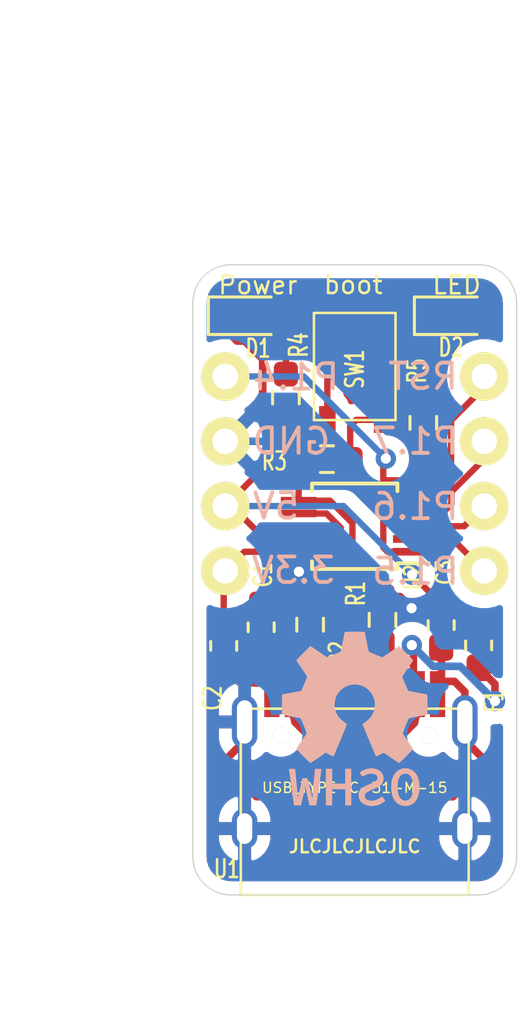
<source format=kicad_pcb>
(kicad_pcb (version 20171130) (host pcbnew "(5.1.9)-1")

  (general
    (thickness 1.6)
    (drawings 12)
    (tracks 175)
    (zones 0)
    (modules 23)
    (nets 17)
  )

  (page A4)
  (layers
    (0 F.Cu signal)
    (31 B.Cu signal)
    (32 B.Adhes user)
    (33 F.Adhes user)
    (34 B.Paste user)
    (35 F.Paste user)
    (36 B.SilkS user)
    (37 F.SilkS user)
    (38 B.Mask user)
    (39 F.Mask user)
    (40 Dwgs.User user)
    (41 Cmts.User user)
    (42 Eco1.User user)
    (43 Eco2.User user)
    (44 Edge.Cuts user)
    (45 Margin user)
    (46 B.CrtYd user)
    (47 F.CrtYd user)
    (48 B.Fab user)
    (49 F.Fab user)
  )

  (setup
    (last_trace_width 0.25)
    (trace_clearance 0.2)
    (zone_clearance 0.508)
    (zone_45_only no)
    (trace_min 0.2)
    (via_size 0.8)
    (via_drill 0.4)
    (via_min_size 0.4)
    (via_min_drill 0.3)
    (uvia_size 0.3)
    (uvia_drill 0.1)
    (uvias_allowed no)
    (uvia_min_size 0.2)
    (uvia_min_drill 0.1)
    (edge_width 0.05)
    (segment_width 0.2)
    (pcb_text_width 0.3)
    (pcb_text_size 1.5 1.5)
    (mod_edge_width 0.12)
    (mod_text_size 1 1)
    (mod_text_width 0.15)
    (pad_size 1.524 1.524)
    (pad_drill 0.762)
    (pad_to_mask_clearance 0)
    (aux_axis_origin 0 0)
    (visible_elements 7FFFFFFF)
    (pcbplotparams
      (layerselection 0x010f0_ffffffff)
      (usegerberextensions true)
      (usegerberattributes true)
      (usegerberadvancedattributes true)
      (creategerberjobfile true)
      (excludeedgelayer true)
      (linewidth 0.100000)
      (plotframeref false)
      (viasonmask false)
      (mode 1)
      (useauxorigin false)
      (hpglpennumber 1)
      (hpglpenspeed 20)
      (hpglpendiameter 15.000000)
      (psnegative false)
      (psa4output false)
      (plotreference true)
      (plotvalue true)
      (plotinvisibletext false)
      (padsonsilk false)
      (subtractmaskfromsilk false)
      (outputformat 1)
      (mirror false)
      (drillshape 0)
      (scaleselection 1)
      (outputdirectory "GERBER/"))
  )

  (net 0 "")
  (net 1 +5V)
  (net 2 GND)
  (net 3 +3V3)
  (net 4 "Net-(D1-Pad2)")
  (net 5 "Net-(D2-Pad2)")
  (net 6 "Net-(J4-Pad1)")
  (net 7 "Net-(J5-Pad1)")
  (net 8 "Net-(J6-Pad1)")
  (net 9 "Net-(J7-Pad1)")
  (net 10 "Net-(J8-Pad1)")
  (net 11 "Net-(R1-Pad1)")
  (net 12 "Net-(R2-Pad1)")
  (net 13 "Net-(R3-Pad2)")
  (net 14 "Net-(R3-Pad1)")
  (net 15 "Net-(U1-PadA7)")
  (net 16 "Net-(C1-Pad1)")

  (net_class Default "This is the default net class."
    (clearance 0.2)
    (trace_width 0.25)
    (via_dia 0.8)
    (via_drill 0.4)
    (uvia_dia 0.3)
    (uvia_drill 0.1)
    (add_net +3V3)
    (add_net +5V)
    (add_net "Net-(C1-Pad1)")
    (add_net "Net-(D1-Pad2)")
    (add_net "Net-(D2-Pad2)")
    (add_net "Net-(J4-Pad1)")
    (add_net "Net-(J5-Pad1)")
    (add_net "Net-(J6-Pad1)")
    (add_net "Net-(J7-Pad1)")
    (add_net "Net-(J8-Pad1)")
    (add_net "Net-(R1-Pad1)")
    (add_net "Net-(R2-Pad1)")
    (add_net "Net-(R3-Pad1)")
    (add_net "Net-(R3-Pad2)")
    (add_net "Net-(U1-PadA7)")
  )

  (net_class 0.3 ""
    (clearance 0.2)
    (trace_width 0.3)
    (via_dia 0.8)
    (via_drill 0.4)
    (uvia_dia 0.3)
    (uvia_drill 0.1)
    (add_net GND)
  )

  (net_class 0.4 ""
    (clearance 0.2)
    (trace_width 0.4)
    (via_dia 0.8)
    (via_drill 0.4)
    (uvia_dia 0.3)
    (uvia_drill 0.1)
  )

  (module my_lib2:OSHW2 (layer B.Cu) (tedit 0) (tstamp 600945FF)
    (at 0 -6.9 180)
    (fp_text reference G*** (at 0 0) (layer B.SilkS) hide
      (effects (font (size 1.524 1.524) (thickness 0.3)) (justify mirror))
    )
    (fp_text value LOGO (at 0.75 0) (layer B.SilkS) hide
      (effects (font (size 1.524 1.524) (thickness 0.3)) (justify mirror))
    )
    (fp_poly (pts (xy 0.065942 3.415002) (xy 0.15373 3.414121) (xy 0.23376 3.412506) (xy 0.301534 3.410156)
      (xy 0.352558 3.407069) (xy 0.382334 3.403245) (xy 0.388022 3.400832) (xy 0.39285 3.383702)
      (xy 0.402022 3.3426) (xy 0.414765 3.281313) (xy 0.430309 3.203624) (xy 0.447884 3.113318)
      (xy 0.466169 3.017106) (xy 0.485335 2.917973) (xy 0.503826 2.827654) (xy 0.520776 2.749969)
      (xy 0.535322 2.68874) (xy 0.546597 2.647787) (xy 0.553564 2.631074) (xy 0.571472 2.621111)
      (xy 0.610464 2.602988) (xy 0.665509 2.578782) (xy 0.731575 2.550573) (xy 0.803633 2.520438)
      (xy 0.876651 2.490456) (xy 0.945598 2.462704) (xy 1.005443 2.439263) (xy 1.051155 2.422209)
      (xy 1.077703 2.413622) (xy 1.081443 2.413) (xy 1.098044 2.4206) (xy 1.132811 2.441347)
      (xy 1.180818 2.472163) (xy 1.237141 2.509969) (xy 1.242993 2.513982) (xy 1.312755 2.561833)
      (xy 1.395736 2.618615) (xy 1.481808 2.677406) (xy 1.560843 2.73128) (xy 1.564878 2.734026)
      (xy 1.739811 2.853088) (xy 2.012906 2.580263) (xy 2.084569 2.50827) (xy 2.149201 2.44257)
      (xy 2.20423 2.385842) (xy 2.247082 2.340764) (xy 2.275183 2.310014) (xy 2.28596 2.29627)
      (xy 2.286 2.296036) (xy 2.278315 2.281807) (xy 2.256657 2.247542) (xy 2.223121 2.196403)
      (xy 2.179804 2.131555) (xy 2.128801 2.056161) (xy 2.074333 1.97648) (xy 2.017818 1.893482)
      (xy 1.967018 1.817495) (xy 1.924038 1.751779) (xy 1.890981 1.699594) (xy 1.869951 1.664199)
      (xy 1.863029 1.64908) (xy 1.868539 1.630809) (xy 1.883718 1.590869) (xy 1.906877 1.53343)
      (xy 1.936327 1.462658) (xy 1.970379 1.382724) (xy 1.979445 1.361722) (xy 2.0955 1.093611)
      (xy 2.455333 1.026404) (xy 2.553153 1.008017) (xy 2.642222 0.991052) (xy 2.71865 0.976268)
      (xy 2.778548 0.964424) (xy 2.818025 0.956278) (xy 2.832806 0.952764) (xy 2.838318 0.944142)
      (xy 2.842647 0.921115) (xy 2.845903 0.88122) (xy 2.848197 0.821994) (xy 2.849637 0.740975)
      (xy 2.850336 0.635699) (xy 2.850444 0.558783) (xy 2.850327 0.443693) (xy 2.849844 0.353687)
      (xy 2.848799 0.285627) (xy 2.846996 0.236377) (xy 2.844239 0.202798) (xy 2.840331 0.181754)
      (xy 2.835077 0.170106) (xy 2.82828 0.164717) (xy 2.82575 0.163802) (xy 2.805178 0.159222)
      (xy 2.76113 0.150481) (xy 2.697908 0.138396) (xy 2.619816 0.123785) (xy 2.531156 0.107465)
      (xy 2.483556 0.098801) (xy 2.390783 0.081683) (xy 2.30605 0.065489) (xy 2.233751 0.051103)
      (xy 2.17828 0.03941) (xy 2.14403 0.031295) (xy 2.136276 0.028872) (xy 2.122834 0.017188)
      (xy 2.105443 -0.009661) (xy 2.082911 -0.054142) (xy 2.054049 -0.118724) (xy 2.017664 -0.205875)
      (xy 1.990406 -0.273321) (xy 1.952291 -0.370537) (xy 1.921817 -0.452533) (xy 1.899879 -0.516685)
      (xy 1.887369 -0.560372) (xy 1.885181 -0.580973) (xy 1.885409 -0.581438) (xy 1.896286 -0.597848)
      (xy 1.920806 -0.634005) (xy 1.956587 -0.686425) (xy 2.001249 -0.751623) (xy 2.052409 -0.826115)
      (xy 2.085969 -0.874889) (xy 2.139755 -0.953346) (xy 2.18823 -1.024708) (xy 2.229062 -1.085487)
      (xy 2.259917 -1.132196) (xy 2.278463 -1.161348) (xy 2.282748 -1.169053) (xy 2.275106 -1.183556)
      (xy 2.250208 -1.214375) (xy 2.211198 -1.258325) (xy 2.161219 -1.312219) (xy 2.103414 -1.37287)
      (xy 2.040927 -1.437094) (xy 1.976901 -1.501703) (xy 1.91448 -1.563511) (xy 1.856808 -1.619332)
      (xy 1.807026 -1.665979) (xy 1.76828 -1.700267) (xy 1.743712 -1.719009) (xy 1.737676 -1.721556)
      (xy 1.721118 -1.713844) (xy 1.684786 -1.692156) (xy 1.632051 -1.658666) (xy 1.566284 -1.615544)
      (xy 1.490857 -1.564962) (xy 1.427315 -1.52161) (xy 1.136391 -1.321664) (xy 0.991946 -1.397849)
      (xy 0.919807 -1.434222) (xy 0.869821 -1.455438) (xy 0.840666 -1.462007) (xy 0.832935 -1.459468)
      (xy 0.825381 -1.444561) (xy 0.808373 -1.40671) (xy 0.783231 -1.34906) (xy 0.751273 -1.274752)
      (xy 0.713816 -1.186929) (xy 0.672178 -1.088734) (xy 0.627679 -0.983311) (xy 0.581637 -0.873801)
      (xy 0.535369 -0.763348) (xy 0.490194 -0.655094) (xy 0.44743 -0.552182) (xy 0.408395 -0.457756)
      (xy 0.374408 -0.374957) (xy 0.346787 -0.306929) (xy 0.32685 -0.256815) (xy 0.315915 -0.227756)
      (xy 0.314646 -0.223824) (xy 0.320461 -0.203412) (xy 0.349084 -0.175499) (xy 0.389216 -0.146779)
      (xy 0.521467 -0.045351) (xy 0.627382 0.066026) (xy 0.707164 0.187702) (xy 0.761015 0.320028)
      (xy 0.789138 0.463352) (xy 0.793735 0.550333) (xy 0.782144 0.701262) (xy 0.74543 0.839649)
      (xy 0.683027 0.966857) (xy 0.594374 1.084246) (xy 0.556193 1.1241) (xy 0.443295 1.216621)
      (xy 0.318936 1.285159) (xy 0.186529 1.329713) (xy 0.049488 1.350283) (xy -0.088774 1.346869)
      (xy -0.224844 1.319471) (xy -0.355308 1.26809) (xy -0.476751 1.192724) (xy -0.556193 1.1241)
      (xy -0.654371 1.009891) (xy -0.726095 0.88635) (xy -0.771931 0.752117) (xy -0.792441 0.60583)
      (xy -0.793735 0.550333) (xy -0.780154 0.400356) (xy -0.740855 0.261518) (xy -0.675684 0.133552)
      (xy -0.584489 0.016194) (xy -0.467114 -0.09082) (xy -0.39045 -0.14596) (xy -0.35028 -0.174048)
      (xy -0.32156 -0.196849) (xy -0.310446 -0.209472) (xy -0.310444 -0.209535) (xy -0.315747 -0.225583)
      (xy -0.33078 -0.264471) (xy -0.354234 -0.323068) (xy -0.3848 -0.398242) (xy -0.421167 -0.48686)
      (xy -0.462027 -0.58579) (xy -0.50607 -0.6919) (xy -0.551985 -0.802058) (xy -0.598463 -0.913132)
      (xy -0.644195 -1.021989) (xy -0.687871 -1.125498) (xy -0.728181 -1.220527) (xy -0.763815 -1.303942)
      (xy -0.793464 -1.372612) (xy -0.815818 -1.423405) (xy -0.829568 -1.453188) (xy -0.833205 -1.459739)
      (xy -0.852345 -1.460577) (xy -0.893328 -1.446095) (xy -0.95676 -1.416059) (xy -0.991946 -1.397849)
      (xy -1.136391 -1.321664) (xy -1.427315 -1.52161) (xy -1.507947 -1.576511) (xy -1.581556 -1.625652)
      (xy -1.64477 -1.66686) (xy -1.694218 -1.697964) (xy -1.726528 -1.71679) (xy -1.737676 -1.721556)
      (xy -1.75246 -1.711927) (xy -1.784222 -1.684788) (xy -1.830155 -1.642754) (xy -1.887454 -1.588443)
      (xy -1.953314 -1.524472) (xy -2.023587 -1.454803) (xy -2.103614 -1.373725) (xy -2.171003 -1.30348)
      (xy -2.224059 -1.245933) (xy -2.26109 -1.202953) (xy -2.280402 -1.176406) (xy -2.282748 -1.169053)
      (xy -2.272948 -1.152456) (xy -2.249402 -1.116153) (xy -2.214441 -1.063631) (xy -2.1704 -0.998377)
      (xy -2.11961 -0.923879) (xy -2.085969 -0.874889) (xy -2.032001 -0.796421) (xy -1.983072 -0.72511)
      (xy -1.941563 -0.664441) (xy -1.909855 -0.617899) (xy -1.89033 -0.588967) (xy -1.885409 -0.581438)
      (xy -1.886917 -0.56238) (xy -1.898803 -0.520071) (xy -1.920173 -0.457131) (xy -1.950135 -0.376183)
      (xy -1.987795 -0.279849) (xy -1.990406 -0.273321) (xy -2.03213 -0.170719) (xy -2.065582 -0.092238)
      (xy -2.091954 -0.035409) (xy -2.112438 0.002236) (xy -2.128223 0.023166) (xy -2.136276 0.028872)
      (xy -2.158382 0.034887) (xy -2.203886 0.044917) (xy -2.268396 0.058079) (xy -2.347517 0.073488)
      (xy -2.436855 0.090259) (xy -2.483556 0.098801) (xy -2.575928 0.115675) (xy -2.659914 0.131255)
      (xy -2.731211 0.144722) (xy -2.785516 0.15526) (xy -2.818525 0.162052) (xy -2.82575 0.163802)
      (xy -2.833081 0.167852) (xy -2.838807 0.177158) (xy -2.843124 0.194858) (xy -2.846228 0.224088)
      (xy -2.848314 0.267987) (xy -2.84958 0.329692) (xy -2.850222 0.412341) (xy -2.850435 0.519071)
      (xy -2.850444 0.558783) (xy -2.850144 0.680011) (xy -2.849167 0.775486) (xy -2.847406 0.84767)
      (xy -2.844748 0.899025) (xy -2.841085 0.932015) (xy -2.836305 0.949102) (xy -2.832806 0.952764)
      (xy -2.814632 0.957006) (xy -2.772596 0.965618) (xy -2.710589 0.977841) (xy -2.632501 0.992916)
      (xy -2.542222 1.010084) (xy -2.455333 1.026404) (xy -2.0955 1.093611) (xy -1.979445 1.361722)
      (xy -1.944504 1.443302) (xy -1.913741 1.516764) (xy -1.888845 1.57794) (xy -1.871505 1.622661)
      (xy -1.86341 1.646761) (xy -1.863029 1.64908) (xy -1.870645 1.665449) (xy -1.892293 1.701714)
      (xy -1.925868 1.754614) (xy -1.969266 1.82089) (xy -2.020384 1.897283) (xy -2.074333 1.97648)
      (xy -2.130761 2.059043) (xy -2.181522 2.13411) (xy -2.224521 2.198517) (xy -2.257663 2.249099)
      (xy -2.278851 2.282693) (xy -2.286 2.296036) (xy -2.2764 2.308619) (xy -2.249313 2.338377)
      (xy -2.207315 2.382632) (xy -2.152977 2.438705) (xy -2.088873 2.503919) (xy -2.017577 2.575595)
      (xy -2.012906 2.580263) (xy -1.739811 2.853088) (xy -1.564878 2.734026) (xy -1.48654 2.680634)
      (xy -1.400595 2.621937) (xy -1.317171 2.564858) (xy -1.246395 2.51632) (xy -1.242993 2.513982)
      (xy -1.186114 2.475651) (xy -1.137062 2.444004) (xy -1.100762 2.422121) (xy -1.082139 2.413079)
      (xy -1.081443 2.413) (xy -1.062364 2.418284) (xy -1.022439 2.432747) (xy -0.9667 2.45431)
      (xy -0.90018 2.48089) (xy -0.827911 2.510406) (xy -0.754926 2.540777) (xy -0.686257 2.569923)
      (xy -0.626935 2.59576) (xy -0.581995 2.61621) (xy -0.556467 2.629189) (xy -0.553152 2.631486)
      (xy -0.545749 2.649386) (xy -0.534278 2.691243) (xy -0.519607 2.753226) (xy -0.502602 2.831505)
      (xy -0.48413 2.922247) (xy -0.465852 3.017364) (xy -0.447158 3.116244) (xy -0.429728 3.206189)
      (xy -0.414333 3.283408) (xy -0.40174 3.344109) (xy -0.392718 3.384502) (xy -0.388117 3.400679)
      (xy -0.371918 3.404914) (xy -0.332003 3.408421) (xy -0.272868 3.411199) (xy -0.199009 3.413247)
      (xy -0.114924 3.414564) (xy -0.025108 3.415149) (xy 0.065942 3.415002)) (layer B.SilkS) (width 0.01))
    (fp_poly (pts (xy 1.558342 -2.007306) (xy 1.563626 -2.046803) (xy 1.570732 -2.109742) (xy 1.579232 -2.191432)
      (xy 1.588697 -2.28718) (xy 1.598696 -2.392296) (xy 1.608802 -2.502089) (xy 1.618583 -2.611868)
      (xy 1.627612 -2.716941) (xy 1.635459 -2.812619) (xy 1.641695 -2.894209) (xy 1.64589 -2.95702)
      (xy 1.646817 -2.974115) (xy 1.650471 -3.039592) (xy 1.654287 -3.092788) (xy 1.657832 -3.128545)
      (xy 1.660672 -3.141703) (xy 1.660868 -3.141614) (xy 1.665714 -3.126429) (xy 1.674837 -3.089138)
      (xy 1.686941 -3.035301) (xy 1.700734 -2.970479) (xy 1.701133 -2.968555) (xy 1.717432 -2.893805)
      (xy 1.738754 -2.801661) (xy 1.762753 -2.701972) (xy 1.787086 -2.604586) (xy 1.796455 -2.568222)
      (xy 1.857071 -2.335389) (xy 1.950315 -2.331245) (xy 2.043559 -2.327102) (xy 2.122538 -2.655801)
      (xy 2.146019 -2.75367) (xy 2.168445 -2.847414) (xy 2.188588 -2.931876) (xy 2.20522 -3.001903)
      (xy 2.217113 -3.052339) (xy 2.221029 -3.069167) (xy 2.24054 -3.153833) (xy 2.242761 -3.062111)
      (xy 2.24463 -3.023921) (xy 2.248723 -2.964753) (xy 2.254693 -2.888319) (xy 2.262193 -2.798329)
      (xy 2.270873 -2.698493) (xy 2.280387 -2.592523) (xy 2.290387 -2.48413) (xy 2.300525 -2.377023)
      (xy 2.310453 -2.274914) (xy 2.319823 -2.181513) (xy 2.328288 -2.100532) (xy 2.335499 -2.03568)
      (xy 2.34111 -1.990669) (xy 2.344772 -1.969209) (xy 2.345305 -1.967991) (xy 2.36211 -1.964841)
      (xy 2.399765 -1.963411) (xy 2.450936 -1.963923) (xy 2.464776 -1.964373) (xy 2.576501 -1.9685)
      (xy 2.532381 -2.286) (xy 2.517579 -2.392627) (xy 2.500115 -2.518586) (xy 2.481185 -2.65525)
      (xy 2.461983 -2.793995) (xy 2.443704 -2.926193) (xy 2.434187 -2.995083) (xy 2.380112 -3.386667)
      (xy 2.244862 -3.386651) (xy 2.109611 -3.386635) (xy 2.060962 -3.171456) (xy 2.040015 -3.077892)
      (xy 2.017471 -2.975686) (xy 1.995837 -2.876289) (xy 1.977621 -2.791157) (xy 1.975247 -2.779889)
      (xy 1.960032 -2.70829) (xy 1.949329 -2.66155) (xy 1.941985 -2.636881) (xy 1.936852 -2.631493)
      (xy 1.932777 -2.642597) (xy 1.92867 -2.667) (xy 1.922901 -2.698843) (xy 1.911926 -2.753401)
      (xy 1.896759 -2.825864) (xy 1.878416 -2.911419) (xy 1.85791 -3.005254) (xy 1.846093 -3.058583)
      (xy 1.773025 -3.386667) (xy 1.641457 -3.386667) (xy 1.584435 -3.38631) (xy 1.539872 -3.385351)
      (xy 1.513955 -3.38396) (xy 1.509889 -3.383075) (xy 1.507926 -3.368829) (xy 1.502298 -3.329349)
      (xy 1.493394 -3.267331) (xy 1.481601 -3.185471) (xy 1.467309 -3.086463) (xy 1.450907 -2.973004)
      (xy 1.432783 -2.84779) (xy 1.413327 -2.713515) (xy 1.411111 -2.698234) (xy 1.391457 -2.562129)
      (xy 1.373105 -2.433962) (xy 1.356447 -2.316555) (xy 1.341877 -2.212732) (xy 1.329789 -2.125316)
      (xy 1.320575 -2.057132) (xy 1.31463 -2.011002) (xy 1.312346 -1.98975) (xy 1.312333 -1.989214)
      (xy 1.314683 -1.975673) (xy 1.325414 -1.967415) (xy 1.350046 -1.963154) (xy 1.394098 -1.961606)
      (xy 1.431638 -1.961444) (xy 1.550943 -1.961444) (xy 1.558342 -2.007306)) (layer B.SilkS) (width 0.01))
    (fp_poly (pts (xy 0.366889 -2.54) (xy 0.889 -2.54) (xy 0.889 -1.961444) (xy 1.128889 -1.961444)
      (xy 1.128889 -3.386667) (xy 0.889 -3.386667) (xy 0.889 -2.751667) (xy 0.366889 -2.751667)
      (xy 0.366889 -3.386667) (xy 0.141111 -3.386667) (xy 0.141111 -1.961444) (xy 0.366889 -1.961444)
      (xy 0.366889 -2.54)) (layer B.SilkS) (width 0.01))
    (fp_poly (pts (xy -0.53284 -1.951404) (xy -0.433437 -1.978416) (xy -0.340617 -2.016179) (xy -0.263182 -2.060816)
      (xy -0.235429 -2.082351) (xy -0.195691 -2.116917) (xy -0.24954 -2.186746) (xy -0.279146 -2.223289)
      (xy -0.302523 -2.248787) (xy -0.313482 -2.257177) (xy -0.330048 -2.250508) (xy -0.362174 -2.232677)
      (xy -0.390606 -2.215268) (xy -0.455976 -2.179086) (xy -0.519488 -2.157283) (xy -0.591882 -2.147026)
      (xy -0.656167 -2.1452) (xy -0.748207 -2.153925) (xy -0.818215 -2.179933) (xy -0.866648 -2.223451)
      (xy -0.886627 -2.260848) (xy -0.899549 -2.306898) (xy -0.899187 -2.347485) (xy -0.883364 -2.384767)
      (xy -0.849906 -2.420905) (xy -0.796638 -2.458058) (xy -0.721385 -2.498386) (xy -0.621973 -2.544049)
      (xy -0.585611 -2.559752) (xy -0.480652 -2.605752) (xy -0.398426 -2.644889) (xy -0.335025 -2.679613)
      (xy -0.28654 -2.712373) (xy -0.249065 -2.745619) (xy -0.218689 -2.781801) (xy -0.208789 -2.795943)
      (xy -0.176241 -2.855679) (xy -0.159325 -2.918944) (xy -0.156002 -2.995164) (xy -0.157981 -3.030844)
      (xy -0.176002 -3.126816) (xy -0.216282 -3.209022) (xy -0.262985 -3.265845) (xy -0.341762 -3.327927)
      (xy -0.439185 -3.374068) (xy -0.549843 -3.403086) (xy -0.668325 -3.413797) (xy -0.789222 -3.405018)
      (xy -0.846667 -3.393498) (xy -0.946085 -3.36372) (xy -1.032444 -3.324295) (xy -1.117871 -3.270414)
      (xy -1.158745 -3.240946) (xy -1.1811 -3.218529) (xy -1.184936 -3.196743) (xy -1.170253 -3.169165)
      (xy -1.137051 -3.129374) (xy -1.117864 -3.107791) (xy -1.064307 -3.047638) (xy -1.015459 -3.084211)
      (xy -0.921836 -3.142916) (xy -0.823661 -3.184172) (xy -0.725369 -3.207553) (xy -0.631396 -3.212631)
      (xy -0.546176 -3.198978) (xy -0.474146 -3.166169) (xy -0.441457 -3.139501) (xy -0.412653 -3.106495)
      (xy -0.39899 -3.07475) (xy -0.395165 -3.030756) (xy -0.395111 -3.021411) (xy -0.397483 -2.981473)
      (xy -0.406618 -2.947652) (xy -0.425543 -2.917427) (xy -0.457285 -2.888276) (xy -0.504873 -2.857677)
      (xy -0.571333 -2.823108) (xy -0.659692 -2.782049) (xy -0.708663 -2.760226) (xy -0.788736 -2.723756)
      (xy -0.86372 -2.687632) (xy -0.92814 -2.654642) (xy -0.976522 -2.627571) (xy -1.00036 -2.611767)
      (xy -1.064166 -2.544316) (xy -1.106623 -2.46331) (xy -1.127303 -2.37413) (xy -1.125781 -2.282161)
      (xy -1.10163 -2.192783) (xy -1.054424 -2.111382) (xy -1.041237 -2.095457) (xy -0.964369 -2.028586)
      (xy -0.869608 -1.979271) (xy -0.762274 -1.949022) (xy -0.647689 -1.939344) (xy -0.53284 -1.951404)) (layer B.SilkS) (width 0.01))
    (fp_poly (pts (xy -1.849755 -1.955138) (xy -1.745239 -1.997317) (xy -1.651822 -2.062615) (xy -1.572839 -2.149336)
      (xy -1.524586 -2.228395) (xy -1.483377 -2.324034) (xy -1.45564 -2.423946) (xy -1.439886 -2.535492)
      (xy -1.43463 -2.666036) (xy -1.434616 -2.674056) (xy -1.442945 -2.834087) (xy -1.468517 -2.973949)
      (xy -1.512206 -3.096468) (xy -1.574891 -3.204466) (xy -1.615044 -3.255546) (xy -1.690169 -3.322024)
      (xy -1.782674 -3.371123) (xy -1.886654 -3.401409) (xy -1.996204 -3.411448) (xy -2.105418 -3.399807)
      (xy -2.154603 -3.386552) (xy -2.254474 -3.33939) (xy -2.341127 -3.268728) (xy -2.413497 -3.176535)
      (xy -2.47052 -3.064783) (xy -2.511132 -2.935441) (xy -2.534267 -2.79048) (xy -2.539466 -2.67502)
      (xy -2.300096 -2.67502) (xy -2.295192 -2.791482) (xy -2.279031 -2.901521) (xy -2.251434 -2.998601)
      (xy -2.231898 -3.042976) (xy -2.180219 -3.118612) (xy -2.116296 -3.172631) (xy -2.04411 -3.203742)
      (xy -1.967643 -3.210652) (xy -1.890877 -3.19207) (xy -1.846276 -3.168111) (xy -1.782449 -3.108979)
      (xy -1.733413 -3.02592) (xy -1.699214 -2.919073) (xy -1.679898 -2.788573) (xy -1.675213 -2.659944)
      (xy -1.683439 -2.517232) (xy -1.706462 -2.396934) (xy -1.744005 -2.299498) (xy -1.795793 -2.225375)
      (xy -1.861551 -2.175013) (xy -1.941002 -2.148862) (xy -1.991108 -2.144961) (xy -2.063424 -2.153414)
      (xy -2.123806 -2.181156) (xy -2.177893 -2.231541) (xy -2.210752 -2.275643) (xy -2.249072 -2.352445)
      (xy -2.276856 -2.448966) (xy -2.293924 -2.558669) (xy -2.300096 -2.67502) (xy -2.539466 -2.67502)
      (xy -2.53951 -2.674056) (xy -2.529883 -2.512705) (xy -2.50144 -2.368997) (xy -2.454842 -2.243971)
      (xy -2.390746 -2.138667) (xy -2.309811 -2.054124) (xy -2.212697 -1.991382) (xy -2.100062 -1.951481)
      (xy -2.078741 -1.946912) (xy -1.962034 -1.937772) (xy -1.849755 -1.955138)) (layer B.SilkS) (width 0.01))
  )

  (module Capacitor_SMD:C_0603_1608Metric_Pad1.05x0.95mm_HandSolder (layer F.Cu) (tedit 5B301BBE) (tstamp 6005FD69)
    (at -3.67 -10.49 270)
    (descr "Capacitor SMD 0603 (1608 Metric), square (rectangular) end terminal, IPC_7351 nominal with elongated pad for handsoldering. (Body size source: http://www.tortai-tech.com/upload/download/2011102023233369053.pdf), generated with kicad-footprint-generator")
    (tags "capacitor handsolder")
    (path /60060E77)
    (attr smd)
    (fp_text reference C1 (at -2.05 -0.07 90) (layer F.SilkS)
      (effects (font (size 0.7 0.5) (thickness 0.1)))
    )
    (fp_text value 1u (at 0 0.244999 90) (layer F.Fab)
      (effects (font (size 0.1 0.1) (thickness 0.025)))
    )
    (fp_line (start 1.65 0.73) (end -1.65 0.73) (layer F.CrtYd) (width 0.05))
    (fp_line (start 1.65 -0.73) (end 1.65 0.73) (layer F.CrtYd) (width 0.05))
    (fp_line (start -1.65 -0.73) (end 1.65 -0.73) (layer F.CrtYd) (width 0.05))
    (fp_line (start -1.65 0.73) (end -1.65 -0.73) (layer F.CrtYd) (width 0.05))
    (fp_line (start -0.171267 0.51) (end 0.171267 0.51) (layer F.SilkS) (width 0.12))
    (fp_line (start -0.171267 -0.51) (end 0.171267 -0.51) (layer F.SilkS) (width 0.12))
    (fp_line (start 0.8 0.4) (end -0.8 0.4) (layer F.Fab) (width 0.1))
    (fp_line (start 0.8 -0.4) (end 0.8 0.4) (layer F.Fab) (width 0.1))
    (fp_line (start -0.8 -0.4) (end 0.8 -0.4) (layer F.Fab) (width 0.1))
    (fp_line (start -0.8 0.4) (end -0.8 -0.4) (layer F.Fab) (width 0.1))
    (fp_text user %R (at 0 0 90) (layer F.Fab)
      (effects (font (size 0.4 0.4) (thickness 0.06)))
    )
    (pad 1 smd roundrect (at -0.875 0 270) (size 1.05 0.95) (layers F.Cu F.Paste F.Mask) (roundrect_rratio 0.25)
      (net 16 "Net-(C1-Pad1)"))
    (pad 2 smd roundrect (at 0.875 0 270) (size 1.05 0.95) (layers F.Cu F.Paste F.Mask) (roundrect_rratio 0.25)
      (net 2 GND))
    (model ${KISYS3DMOD}/Capacitor_SMD.3dshapes/C_0603_1608Metric.wrl
      (at (xyz 0 0 0))
      (scale (xyz 1 1 1))
      (rotate (xyz 0 0 0))
    )
  )

  (module Capacitor_SMD:C_0603_1608Metric_Pad1.05x0.95mm_HandSolder (layer F.Cu) (tedit 5B301BBE) (tstamp 6005FD7A)
    (at -5.14 -9.76 270)
    (descr "Capacitor SMD 0603 (1608 Metric), square (rectangular) end terminal, IPC_7351 nominal with elongated pad for handsoldering. (Body size source: http://www.tortai-tech.com/upload/download/2011102023233369053.pdf), generated with kicad-footprint-generator")
    (tags "capacitor handsolder")
    (path /600688B3)
    (attr smd)
    (fp_text reference C2 (at 2.05 0.44 90) (layer F.SilkS)
      (effects (font (size 0.7 0.5) (thickness 0.1)))
    )
    (fp_text value 0.1u (at 0.084999 0.304999 90) (layer F.Fab)
      (effects (font (size 0.1 0.1) (thickness 0.025)))
    )
    (fp_line (start 1.65 0.73) (end -1.65 0.73) (layer F.CrtYd) (width 0.05))
    (fp_line (start 1.65 -0.73) (end 1.65 0.73) (layer F.CrtYd) (width 0.05))
    (fp_line (start -1.65 -0.73) (end 1.65 -0.73) (layer F.CrtYd) (width 0.05))
    (fp_line (start -1.65 0.73) (end -1.65 -0.73) (layer F.CrtYd) (width 0.05))
    (fp_line (start -0.171267 0.51) (end 0.171267 0.51) (layer F.SilkS) (width 0.12))
    (fp_line (start -0.171267 -0.51) (end 0.171267 -0.51) (layer F.SilkS) (width 0.12))
    (fp_line (start 0.8 0.4) (end -0.8 0.4) (layer F.Fab) (width 0.1))
    (fp_line (start 0.8 -0.4) (end 0.8 0.4) (layer F.Fab) (width 0.1))
    (fp_line (start -0.8 -0.4) (end 0.8 -0.4) (layer F.Fab) (width 0.1))
    (fp_line (start -0.8 0.4) (end -0.8 -0.4) (layer F.Fab) (width 0.1))
    (fp_text user %R (at 0 0 90) (layer F.Fab)
      (effects (font (size 0.4 0.4) (thickness 0.06)))
    )
    (pad 1 smd roundrect (at -0.875 0 270) (size 1.05 0.95) (layers F.Cu F.Paste F.Mask) (roundrect_rratio 0.25)
      (net 3 +3V3))
    (pad 2 smd roundrect (at 0.875 0 270) (size 1.05 0.95) (layers F.Cu F.Paste F.Mask) (roundrect_rratio 0.25)
      (net 2 GND))
    (model ${KISYS3DMOD}/Capacitor_SMD.3dshapes/C_0603_1608Metric.wrl
      (at (xyz 0 0 0))
      (scale (xyz 1 1 1))
      (rotate (xyz 0 0 0))
    )
  )

  (module Capacitor_SMD:C_0603_1608Metric_Pad1.05x0.95mm_HandSolder (layer F.Cu) (tedit 5B301BBE) (tstamp 60084142)
    (at 3.39 -10.575 270)
    (descr "Capacitor SMD 0603 (1608 Metric), square (rectangular) end terminal, IPC_7351 nominal with elongated pad for handsoldering. (Body size source: http://www.tortai-tech.com/upload/download/2011102023233369053.pdf), generated with kicad-footprint-generator")
    (tags "capacitor handsolder")
    (path /6006A10D)
    (attr smd)
    (fp_text reference C3 (at -2.065 -0.17 90) (layer F.SilkS)
      (effects (font (size 0.7 0.5) (thickness 0.1)))
    )
    (fp_text value 0.1u (at 0 0.294999 90) (layer F.Fab)
      (effects (font (size 0.1 0.1) (thickness 0.025)))
    )
    (fp_line (start 1.65 0.73) (end -1.65 0.73) (layer F.CrtYd) (width 0.05))
    (fp_line (start 1.65 -0.73) (end 1.65 0.73) (layer F.CrtYd) (width 0.05))
    (fp_line (start -1.65 -0.73) (end 1.65 -0.73) (layer F.CrtYd) (width 0.05))
    (fp_line (start -1.65 0.73) (end -1.65 -0.73) (layer F.CrtYd) (width 0.05))
    (fp_line (start -0.171267 0.51) (end 0.171267 0.51) (layer F.SilkS) (width 0.12))
    (fp_line (start -0.171267 -0.51) (end 0.171267 -0.51) (layer F.SilkS) (width 0.12))
    (fp_line (start 0.8 0.4) (end -0.8 0.4) (layer F.Fab) (width 0.1))
    (fp_line (start 0.8 -0.4) (end 0.8 0.4) (layer F.Fab) (width 0.1))
    (fp_line (start -0.8 -0.4) (end 0.8 -0.4) (layer F.Fab) (width 0.1))
    (fp_line (start -0.8 0.4) (end -0.8 -0.4) (layer F.Fab) (width 0.1))
    (fp_text user %R (at 0 0 90) (layer F.Fab)
      (effects (font (size 0.4 0.4) (thickness 0.06)))
    )
    (pad 1 smd roundrect (at -0.875 0 270) (size 1.05 0.95) (layers F.Cu F.Paste F.Mask) (roundrect_rratio 0.25)
      (net 1 +5V))
    (pad 2 smd roundrect (at 0.875 0 270) (size 1.05 0.95) (layers F.Cu F.Paste F.Mask) (roundrect_rratio 0.25)
      (net 2 GND))
    (model ${KISYS3DMOD}/Capacitor_SMD.3dshapes/C_0603_1608Metric.wrl
      (at (xyz 0 0 0))
      (scale (xyz 1 1 1))
      (rotate (xyz 0 0 0))
    )
  )

  (module LED_SMD:LED_0603_1608Metric_Pad1.05x0.95mm_HandSolder (layer F.Cu) (tedit 5F68FEF1) (tstamp 60083E18)
    (at -4.08 -22.7)
    (descr "LED SMD 0603 (1608 Metric), square (rectangular) end terminal, IPC_7351 nominal, (Body size source: http://www.tortai-tech.com/upload/download/2011102023233369053.pdf), generated with kicad-footprint-generator")
    (tags "LED handsolder")
    (path /60082D6D)
    (attr smd)
    (fp_text reference D1 (at 0.29 1.28) (layer F.SilkS)
      (effects (font (size 0.7 0.5) (thickness 0.1)))
    )
    (fp_text value Power (at 0.28 -1.2) (layer F.SilkS)
      (effects (font (size 0.7 0.7) (thickness 0.1)))
    )
    (fp_line (start 1.65 0.73) (end -1.65 0.73) (layer F.CrtYd) (width 0.05))
    (fp_line (start 1.65 -0.73) (end 1.65 0.73) (layer F.CrtYd) (width 0.05))
    (fp_line (start -1.65 -0.73) (end 1.65 -0.73) (layer F.CrtYd) (width 0.05))
    (fp_line (start -1.65 0.73) (end -1.65 -0.73) (layer F.CrtYd) (width 0.05))
    (fp_line (start -1.66 0.735) (end 0.8 0.735) (layer F.SilkS) (width 0.12))
    (fp_line (start -1.66 -0.735) (end -1.66 0.735) (layer F.SilkS) (width 0.12))
    (fp_line (start 0.8 -0.735) (end -1.66 -0.735) (layer F.SilkS) (width 0.12))
    (fp_line (start 0.8 0.4) (end 0.8 -0.4) (layer F.Fab) (width 0.1))
    (fp_line (start -0.8 0.4) (end 0.8 0.4) (layer F.Fab) (width 0.1))
    (fp_line (start -0.8 -0.1) (end -0.8 0.4) (layer F.Fab) (width 0.1))
    (fp_line (start -0.5 -0.4) (end -0.8 -0.1) (layer F.Fab) (width 0.1))
    (fp_line (start 0.8 -0.4) (end -0.5 -0.4) (layer F.Fab) (width 0.1))
    (fp_text user %R (at 0 0) (layer F.Fab)
      (effects (font (size 0.4 0.4) (thickness 0.06)))
    )
    (pad 1 smd roundrect (at -0.875 0) (size 1.05 0.95) (layers F.Cu F.Paste F.Mask) (roundrect_rratio 0.25)
      (net 2 GND))
    (pad 2 smd roundrect (at 0.875 0) (size 1.05 0.95) (layers F.Cu F.Paste F.Mask) (roundrect_rratio 0.25)
      (net 4 "Net-(D1-Pad2)"))
    (model ${KISYS3DMOD}/LED_SMD.3dshapes/LED_0603_1608Metric.wrl
      (at (xyz 0 0 0))
      (scale (xyz 1 1 1))
      (rotate (xyz 0 0 0))
    )
  )

  (module LED_SMD:LED_0603_1608Metric_Pad1.05x0.95mm_HandSolder (layer F.Cu) (tedit 5F68FEF1) (tstamp 6005FDB1)
    (at 4 -22.7)
    (descr "LED SMD 0603 (1608 Metric), square (rectangular) end terminal, IPC_7351 nominal, (Body size source: http://www.tortai-tech.com/upload/download/2011102023233369053.pdf), generated with kicad-footprint-generator")
    (tags "LED handsolder")
    (path /60096710)
    (attr smd)
    (fp_text reference D2 (at -0.22 1.24) (layer F.SilkS)
      (effects (font (size 0.7 0.5) (thickness 0.1)))
    )
    (fp_text value LED (at 0 -1.2) (layer F.SilkS)
      (effects (font (size 0.7 0.7) (thickness 0.1)))
    )
    (fp_line (start 0.8 -0.4) (end -0.5 -0.4) (layer F.Fab) (width 0.1))
    (fp_line (start -0.5 -0.4) (end -0.8 -0.1) (layer F.Fab) (width 0.1))
    (fp_line (start -0.8 -0.1) (end -0.8 0.4) (layer F.Fab) (width 0.1))
    (fp_line (start -0.8 0.4) (end 0.8 0.4) (layer F.Fab) (width 0.1))
    (fp_line (start 0.8 0.4) (end 0.8 -0.4) (layer F.Fab) (width 0.1))
    (fp_line (start 0.8 -0.735) (end -1.66 -0.735) (layer F.SilkS) (width 0.12))
    (fp_line (start -1.66 -0.735) (end -1.66 0.735) (layer F.SilkS) (width 0.12))
    (fp_line (start -1.66 0.735) (end 0.8 0.735) (layer F.SilkS) (width 0.12))
    (fp_line (start -1.65 0.73) (end -1.65 -0.73) (layer F.CrtYd) (width 0.05))
    (fp_line (start -1.65 -0.73) (end 1.65 -0.73) (layer F.CrtYd) (width 0.05))
    (fp_line (start 1.65 -0.73) (end 1.65 0.73) (layer F.CrtYd) (width 0.05))
    (fp_line (start 1.65 0.73) (end -1.65 0.73) (layer F.CrtYd) (width 0.05))
    (fp_text user %R (at 0 0) (layer F.Fab)
      (effects (font (size 0.4 0.4) (thickness 0.06)))
    )
    (pad 2 smd roundrect (at 0.875 0) (size 1.05 0.95) (layers F.Cu F.Paste F.Mask) (roundrect_rratio 0.25)
      (net 5 "Net-(D2-Pad2)"))
    (pad 1 smd roundrect (at -0.875 0) (size 1.05 0.95) (layers F.Cu F.Paste F.Mask) (roundrect_rratio 0.25)
      (net 2 GND))
    (model ${KISYS3DMOD}/LED_SMD.3dshapes/LED_0603_1608Metric.wrl
      (at (xyz 0 0 0))
      (scale (xyz 1 1 1))
      (rotate (xyz 0 0 0))
    )
  )

  (module Fuse:Fuse_0603_1608Metric_Pad1.05x0.95mm_HandSolder (layer F.Cu) (tedit 5F68FEF1) (tstamp 6005FDC2)
    (at 4.86 -9.78 90)
    (descr "Fuse SMD 0603 (1608 Metric), square (rectangular) end terminal, IPC_7351 nominal with elongated pad for handsoldering. (Body size source: http://www.tortai-tech.com/upload/download/2011102023233369053.pdf), generated with kicad-footprint-generator")
    (tags "fuse handsolder")
    (path /6005F7A3)
    (attr smd)
    (fp_text reference F1 (at -2.18 0.61 90) (layer F.SilkS)
      (effects (font (size 0.7 0.5) (thickness 0.1)))
    )
    (fp_text value 500mA (at 0 0.6 90) (layer F.Fab)
      (effects (font (size 0.1 0.1) (thickness 0.025)))
    )
    (fp_line (start 1.65 0.73) (end -1.65 0.73) (layer F.CrtYd) (width 0.05))
    (fp_line (start 1.65 -0.73) (end 1.65 0.73) (layer F.CrtYd) (width 0.05))
    (fp_line (start -1.65 -0.73) (end 1.65 -0.73) (layer F.CrtYd) (width 0.05))
    (fp_line (start -1.65 0.73) (end -1.65 -0.73) (layer F.CrtYd) (width 0.05))
    (fp_line (start -0.171267 0.51) (end 0.171267 0.51) (layer F.SilkS) (width 0.12))
    (fp_line (start -0.171267 -0.51) (end 0.171267 -0.51) (layer F.SilkS) (width 0.12))
    (fp_line (start 0.8 0.4) (end -0.8 0.4) (layer F.Fab) (width 0.1))
    (fp_line (start 0.8 -0.4) (end 0.8 0.4) (layer F.Fab) (width 0.1))
    (fp_line (start -0.8 -0.4) (end 0.8 -0.4) (layer F.Fab) (width 0.1))
    (fp_line (start -0.8 0.4) (end -0.8 -0.4) (layer F.Fab) (width 0.1))
    (fp_text user %R (at 0 0 90) (layer F.Fab)
      (effects (font (size 0.4 0.4) (thickness 0.06)))
    )
    (pad 1 smd roundrect (at -0.875 0 90) (size 1.05 0.95) (layers F.Cu F.Paste F.Mask) (roundrect_rratio 0.25)
      (net 16 "Net-(C1-Pad1)"))
    (pad 2 smd roundrect (at 0.875 0 90) (size 1.05 0.95) (layers F.Cu F.Paste F.Mask) (roundrect_rratio 0.25)
      (net 1 +5V))
    (model ${KISYS3DMOD}/Fuse.3dshapes/Fuse_0603_1608Metric.wrl
      (at (xyz 0 0 0))
      (scale (xyz 1 1 1))
      (rotate (xyz 0 0 0))
    )
  )

  (module my_lib2:Pad_1P_1.9-1.0 (layer F.Cu) (tedit 5FFAA091) (tstamp 6007D902)
    (at -5.08 -12.7)
    (path /600B479B)
    (fp_text reference J1 (at 0.49 0) (layer F.SilkS) hide
      (effects (font (size 1 1) (thickness 0.15)))
    )
    (fp_text value 3.3V (at 2.67 -0.02) (layer B.SilkS)
      (effects (font (size 1 1) (thickness 0.15)) (justify mirror))
    )
    (pad 1 thru_hole circle (at 0 0) (size 1.9 1.9) (drill 1) (layers *.Cu *.Mask F.SilkS)
      (net 3 +3V3))
  )

  (module my_lib2:Pad_1P_1.9-1.0 (layer F.Cu) (tedit 5FFAA091) (tstamp 6005FDCC)
    (at -5.08 -15.24)
    (path /600B7822)
    (fp_text reference J2 (at 0.49 0) (layer F.SilkS) hide
      (effects (font (size 1 1) (thickness 0.15)))
    )
    (fp_text value 5V (at 1.99 0) (layer B.SilkS)
      (effects (font (size 1 1) (thickness 0.15)) (justify mirror))
    )
    (pad 1 thru_hole circle (at 0 0) (size 1.9 1.9) (drill 1) (layers *.Cu *.Mask F.SilkS)
      (net 1 +5V))
  )

  (module my_lib2:Pad_1P_1.9-1.0 (layer F.Cu) (tedit 5FFAA091) (tstamp 6007D8E9)
    (at -5.08 -17.78)
    (path /600B9698)
    (fp_text reference J3 (at 0.49 0) (layer F.SilkS) hide
      (effects (font (size 1 1) (thickness 0.15)))
    )
    (fp_text value GND (at 2.59 0) (layer B.SilkS)
      (effects (font (size 1 1) (thickness 0.15)) (justify mirror))
    )
    (pad 1 thru_hole circle (at 0 0) (size 1.9 1.9) (drill 1) (layers *.Cu *.Mask F.SilkS)
      (net 2 GND))
  )

  (module my_lib2:Pad_1P_1.9-1.0 (layer F.Cu) (tedit 5FFAA091) (tstamp 6005FDD6)
    (at -5.08 -20.32)
    (path /600A1F79)
    (fp_text reference J4 (at 0.49 0) (layer F.SilkS) hide
      (effects (font (size 1 1) (thickness 0.15)))
    )
    (fp_text value P1.4 (at 2.77 0.02) (layer B.SilkS)
      (effects (font (size 1 1) (thickness 0.15)) (justify mirror))
    )
    (pad 1 thru_hole circle (at 0 0) (size 1.9 1.9) (drill 1) (layers *.Cu *.Mask F.SilkS)
      (net 6 "Net-(J4-Pad1)"))
  )

  (module my_lib2:Pad_1P_1.9-1.0 (layer F.Cu) (tedit 5FFAA091) (tstamp 60084946)
    (at 5.08 -12.7)
    (path /600A69B5)
    (fp_text reference J5 (at 0.49 0) (layer F.SilkS) hide
      (effects (font (size 1 1) (thickness 0.15)))
    )
    (fp_text value P1.5 (at -2.7 0.02) (layer B.SilkS)
      (effects (font (size 1 1) (thickness 0.15)) (justify mirror))
    )
    (pad 1 thru_hole circle (at 0 0) (size 1.9 1.9) (drill 1) (layers *.Cu *.Mask F.SilkS)
      (net 7 "Net-(J5-Pad1)"))
  )

  (module my_lib2:Pad_1P_1.9-1.0 (layer F.Cu) (tedit 5FFAA091) (tstamp 6005FDE0)
    (at 5.08 -15.24)
    (path /600A84AA)
    (fp_text reference J6 (at 0.49 0) (layer F.SilkS) hide
      (effects (font (size 1 1) (thickness 0.15)))
    )
    (fp_text value P1.6 (at -2.71 0.02) (layer B.SilkS)
      (effects (font (size 1 1) (thickness 0.15)) (justify mirror))
    )
    (pad 1 thru_hole circle (at 0 0) (size 1.9 1.9) (drill 1) (layers *.Cu *.Mask F.SilkS)
      (net 8 "Net-(J6-Pad1)"))
  )

  (module my_lib2:Pad_1P_1.9-1.0 (layer F.Cu) (tedit 5FFAA091) (tstamp 6005FDE5)
    (at 5.08 -17.78)
    (path /600A86D6)
    (fp_text reference J7 (at 0.49 0) (layer F.SilkS) hide
      (effects (font (size 1 1) (thickness 0.15)))
    )
    (fp_text value P1.7 (at -2.71 0) (layer B.SilkS)
      (effects (font (size 1 1) (thickness 0.15)) (justify mirror))
    )
    (pad 1 thru_hole circle (at 0 0) (size 1.9 1.9) (drill 1) (layers *.Cu *.Mask F.SilkS)
      (net 9 "Net-(J7-Pad1)"))
  )

  (module my_lib2:Pad_1P_1.9-1.0 (layer F.Cu) (tedit 5FFAA091) (tstamp 6005FDEA)
    (at 5.08 -20.32)
    (path /600AA36F)
    (fp_text reference J8 (at 0.49 0) (layer F.SilkS) hide
      (effects (font (size 1 1) (thickness 0.15)))
    )
    (fp_text value RST (at -2.4 0) (layer B.SilkS)
      (effects (font (size 1 1) (thickness 0.15)) (justify mirror))
    )
    (pad 1 thru_hole circle (at 0 0) (size 1.9 1.9) (drill 1) (layers *.Cu *.Mask F.SilkS)
      (net 10 "Net-(J8-Pad1)"))
  )

  (module Resistor_SMD:R_0603_1608Metric_Pad0.98x0.95mm_HandSolder (layer F.Cu) (tedit 5F68FEEE) (tstamp 6005FDFB)
    (at 1.09 -10.78 90)
    (descr "Resistor SMD 0603 (1608 Metric), square (rectangular) end terminal, IPC_7351 nominal with elongated pad for handsoldering. (Body size source: IPC-SM-782 page 72, https://www.pcb-3d.com/wordpress/wp-content/uploads/ipc-sm-782a_amendment_1_and_2.pdf), generated with kicad-footprint-generator")
    (tags "resistor handsolder")
    (path /6005A318)
    (attr smd)
    (fp_text reference R1 (at 1.03 -1.05 90) (layer F.SilkS)
      (effects (font (size 0.7 0.5) (thickness 0.1)))
    )
    (fp_text value 5.1k (at 0 0.4 90) (layer F.Fab)
      (effects (font (size 0.1 0.1) (thickness 0.025)))
    )
    (fp_line (start 1.65 0.73) (end -1.65 0.73) (layer F.CrtYd) (width 0.05))
    (fp_line (start 1.65 -0.73) (end 1.65 0.73) (layer F.CrtYd) (width 0.05))
    (fp_line (start -1.65 -0.73) (end 1.65 -0.73) (layer F.CrtYd) (width 0.05))
    (fp_line (start -1.65 0.73) (end -1.65 -0.73) (layer F.CrtYd) (width 0.05))
    (fp_line (start -0.254724 0.5225) (end 0.254724 0.5225) (layer F.SilkS) (width 0.12))
    (fp_line (start -0.254724 -0.5225) (end 0.254724 -0.5225) (layer F.SilkS) (width 0.12))
    (fp_line (start 0.8 0.4125) (end -0.8 0.4125) (layer F.Fab) (width 0.1))
    (fp_line (start 0.8 -0.4125) (end 0.8 0.4125) (layer F.Fab) (width 0.1))
    (fp_line (start -0.8 -0.4125) (end 0.8 -0.4125) (layer F.Fab) (width 0.1))
    (fp_line (start -0.8 0.4125) (end -0.8 -0.4125) (layer F.Fab) (width 0.1))
    (fp_text user %R (at 0 0 90) (layer F.Fab)
      (effects (font (size 0.4 0.4) (thickness 0.06)))
    )
    (pad 1 smd roundrect (at -0.9125 0 90) (size 0.975 0.95) (layers F.Cu F.Paste F.Mask) (roundrect_rratio 0.25)
      (net 11 "Net-(R1-Pad1)"))
    (pad 2 smd roundrect (at 0.9125 0 90) (size 0.975 0.95) (layers F.Cu F.Paste F.Mask) (roundrect_rratio 0.25)
      (net 2 GND))
    (model ${KISYS3DMOD}/Resistor_SMD.3dshapes/R_0603_1608Metric.wrl
      (at (xyz 0 0 0))
      (scale (xyz 1 1 1))
      (rotate (xyz 0 0 0))
    )
  )

  (module Resistor_SMD:R_0603_1608Metric_Pad0.98x0.95mm_HandSolder (layer F.Cu) (tedit 5F68FEEE) (tstamp 600852CF)
    (at -1.75 -10.59 90)
    (descr "Resistor SMD 0603 (1608 Metric), square (rectangular) end terminal, IPC_7351 nominal with elongated pad for handsoldering. (Body size source: IPC-SM-782 page 72, https://www.pcb-3d.com/wordpress/wp-content/uploads/ipc-sm-782a_amendment_1_and_2.pdf), generated with kicad-footprint-generator")
    (tags "resistor handsolder")
    (path /6005B3AA)
    (attr smd)
    (fp_text reference R2 (at -1.13 1.11 90) (layer F.SilkS)
      (effects (font (size 0.7 0.5) (thickness 0.1)))
    )
    (fp_text value 5.1k (at -0.0875 0.4 90) (layer F.Fab)
      (effects (font (size 0.1 0.1) (thickness 0.025)))
    )
    (fp_line (start 1.65 0.73) (end -1.65 0.73) (layer F.CrtYd) (width 0.05))
    (fp_line (start 1.65 -0.73) (end 1.65 0.73) (layer F.CrtYd) (width 0.05))
    (fp_line (start -1.65 -0.73) (end 1.65 -0.73) (layer F.CrtYd) (width 0.05))
    (fp_line (start -1.65 0.73) (end -1.65 -0.73) (layer F.CrtYd) (width 0.05))
    (fp_line (start -0.254724 0.5225) (end 0.254724 0.5225) (layer F.SilkS) (width 0.12))
    (fp_line (start -0.254724 -0.5225) (end 0.254724 -0.5225) (layer F.SilkS) (width 0.12))
    (fp_line (start 0.8 0.4125) (end -0.8 0.4125) (layer F.Fab) (width 0.1))
    (fp_line (start 0.8 -0.4125) (end 0.8 0.4125) (layer F.Fab) (width 0.1))
    (fp_line (start -0.8 -0.4125) (end 0.8 -0.4125) (layer F.Fab) (width 0.1))
    (fp_line (start -0.8 0.4125) (end -0.8 -0.4125) (layer F.Fab) (width 0.1))
    (fp_text user %R (at 0 0 90) (layer F.Fab)
      (effects (font (size 0.4 0.4) (thickness 0.06)))
    )
    (pad 1 smd roundrect (at -0.9125 0 90) (size 0.975 0.95) (layers F.Cu F.Paste F.Mask) (roundrect_rratio 0.25)
      (net 12 "Net-(R2-Pad1)"))
    (pad 2 smd roundrect (at 0.9125 0 90) (size 0.975 0.95) (layers F.Cu F.Paste F.Mask) (roundrect_rratio 0.25)
      (net 2 GND))
    (model ${KISYS3DMOD}/Resistor_SMD.3dshapes/R_0603_1608Metric.wrl
      (at (xyz 0 0 0))
      (scale (xyz 1 1 1))
      (rotate (xyz 0 0 0))
    )
  )

  (module Resistor_SMD:R_0603_1608Metric_Pad0.98x0.95mm_HandSolder (layer F.Cu) (tedit 5F68FEEE) (tstamp 6005FE1D)
    (at -1.09 -17.08)
    (descr "Resistor SMD 0603 (1608 Metric), square (rectangular) end terminal, IPC_7351 nominal with elongated pad for handsoldering. (Body size source: IPC-SM-782 page 72, https://www.pcb-3d.com/wordpress/wp-content/uploads/ipc-sm-782a_amendment_1_and_2.pdf), generated with kicad-footprint-generator")
    (tags "resistor handsolder")
    (path /60075FF2)
    (attr smd)
    (fp_text reference R3 (at -2.06 0.08) (layer F.SilkS)
      (effects (font (size 0.7 0.5) (thickness 0.1)))
    )
    (fp_text value 20k (at 0.084999 0.384999) (layer F.Fab)
      (effects (font (size 0.1 0.1) (thickness 0.025)))
    )
    (fp_line (start -0.8 0.4125) (end -0.8 -0.4125) (layer F.Fab) (width 0.1))
    (fp_line (start -0.8 -0.4125) (end 0.8 -0.4125) (layer F.Fab) (width 0.1))
    (fp_line (start 0.8 -0.4125) (end 0.8 0.4125) (layer F.Fab) (width 0.1))
    (fp_line (start 0.8 0.4125) (end -0.8 0.4125) (layer F.Fab) (width 0.1))
    (fp_line (start -0.254724 -0.5225) (end 0.254724 -0.5225) (layer F.SilkS) (width 0.12))
    (fp_line (start -0.254724 0.5225) (end 0.254724 0.5225) (layer F.SilkS) (width 0.12))
    (fp_line (start -1.65 0.73) (end -1.65 -0.73) (layer F.CrtYd) (width 0.05))
    (fp_line (start -1.65 -0.73) (end 1.65 -0.73) (layer F.CrtYd) (width 0.05))
    (fp_line (start 1.65 -0.73) (end 1.65 0.73) (layer F.CrtYd) (width 0.05))
    (fp_line (start 1.65 0.73) (end -1.65 0.73) (layer F.CrtYd) (width 0.05))
    (fp_text user %R (at 0 0) (layer F.Fab)
      (effects (font (size 0.4 0.4) (thickness 0.06)))
    )
    (pad 2 smd roundrect (at 0.9125 0) (size 0.975 0.95) (layers F.Cu F.Paste F.Mask) (roundrect_rratio 0.25)
      (net 13 "Net-(R3-Pad2)"))
    (pad 1 smd roundrect (at -0.9125 0) (size 0.975 0.95) (layers F.Cu F.Paste F.Mask) (roundrect_rratio 0.25)
      (net 14 "Net-(R3-Pad1)"))
    (model ${KISYS3DMOD}/Resistor_SMD.3dshapes/R_0603_1608Metric.wrl
      (at (xyz 0 0 0))
      (scale (xyz 1 1 1))
      (rotate (xyz 0 0 0))
    )
  )

  (module Resistor_SMD:R_0603_1608Metric_Pad0.98x0.95mm_HandSolder (layer F.Cu) (tedit 5F68FEEE) (tstamp 6005FE2E)
    (at -2.7 -19.5 270)
    (descr "Resistor SMD 0603 (1608 Metric), square (rectangular) end terminal, IPC_7351 nominal with elongated pad for handsoldering. (Body size source: IPC-SM-782 page 72, https://www.pcb-3d.com/wordpress/wp-content/uploads/ipc-sm-782a_amendment_1_and_2.pdf), generated with kicad-footprint-generator")
    (tags "resistor handsolder")
    (path /60080342)
    (attr smd)
    (fp_text reference R4 (at -2.05 -0.5 270) (layer F.SilkS)
      (effects (font (size 0.7 0.5) (thickness 0.1)))
    )
    (fp_text value 10k (at 0 0.374999 90) (layer F.Fab)
      (effects (font (size 0.1 0.1) (thickness 0.025)))
    )
    (fp_line (start 1.65 0.73) (end -1.65 0.73) (layer F.CrtYd) (width 0.05))
    (fp_line (start 1.65 -0.73) (end 1.65 0.73) (layer F.CrtYd) (width 0.05))
    (fp_line (start -1.65 -0.73) (end 1.65 -0.73) (layer F.CrtYd) (width 0.05))
    (fp_line (start -1.65 0.73) (end -1.65 -0.73) (layer F.CrtYd) (width 0.05))
    (fp_line (start -0.254724 0.5225) (end 0.254724 0.5225) (layer F.SilkS) (width 0.12))
    (fp_line (start -0.254724 -0.5225) (end 0.254724 -0.5225) (layer F.SilkS) (width 0.12))
    (fp_line (start 0.8 0.4125) (end -0.8 0.4125) (layer F.Fab) (width 0.1))
    (fp_line (start 0.8 -0.4125) (end 0.8 0.4125) (layer F.Fab) (width 0.1))
    (fp_line (start -0.8 -0.4125) (end 0.8 -0.4125) (layer F.Fab) (width 0.1))
    (fp_line (start -0.8 0.4125) (end -0.8 -0.4125) (layer F.Fab) (width 0.1))
    (fp_text user %R (at 0 0 90) (layer F.Fab)
      (effects (font (size 0.4 0.4) (thickness 0.06)))
    )
    (pad 1 smd roundrect (at -0.9125 0 270) (size 0.975 0.95) (layers F.Cu F.Paste F.Mask) (roundrect_rratio 0.25)
      (net 4 "Net-(D1-Pad2)"))
    (pad 2 smd roundrect (at 0.9125 0 270) (size 0.975 0.95) (layers F.Cu F.Paste F.Mask) (roundrect_rratio 0.25)
      (net 1 +5V))
    (model ${KISYS3DMOD}/Resistor_SMD.3dshapes/R_0603_1608Metric.wrl
      (at (xyz 0 0 0))
      (scale (xyz 1 1 1))
      (rotate (xyz 0 0 0))
    )
  )

  (module Resistor_SMD:R_0603_1608Metric_Pad0.98x0.95mm_HandSolder (layer F.Cu) (tedit 5F68FEEE) (tstamp 6005FE3F)
    (at 2.69 -18.5 270)
    (descr "Resistor SMD 0603 (1608 Metric), square (rectangular) end terminal, IPC_7351 nominal with elongated pad for handsoldering. (Body size source: IPC-SM-782 page 72, https://www.pcb-3d.com/wordpress/wp-content/uploads/ipc-sm-782a_amendment_1_and_2.pdf), generated with kicad-footprint-generator")
    (tags "resistor handsolder")
    (path /60096536)
    (attr smd)
    (fp_text reference R5 (at -2.04 0.25 90) (layer F.SilkS)
      (effects (font (size 0.7 0.5) (thickness 0.1)))
    )
    (fp_text value 10k (at 0.084999 0.344999 90) (layer F.Fab)
      (effects (font (size 0.1 0.1) (thickness 0.025)))
    )
    (fp_line (start -0.8 0.4125) (end -0.8 -0.4125) (layer F.Fab) (width 0.1))
    (fp_line (start -0.8 -0.4125) (end 0.8 -0.4125) (layer F.Fab) (width 0.1))
    (fp_line (start 0.8 -0.4125) (end 0.8 0.4125) (layer F.Fab) (width 0.1))
    (fp_line (start 0.8 0.4125) (end -0.8 0.4125) (layer F.Fab) (width 0.1))
    (fp_line (start -0.254724 -0.5225) (end 0.254724 -0.5225) (layer F.SilkS) (width 0.12))
    (fp_line (start -0.254724 0.5225) (end 0.254724 0.5225) (layer F.SilkS) (width 0.12))
    (fp_line (start -1.65 0.73) (end -1.65 -0.73) (layer F.CrtYd) (width 0.05))
    (fp_line (start -1.65 -0.73) (end 1.65 -0.73) (layer F.CrtYd) (width 0.05))
    (fp_line (start 1.65 -0.73) (end 1.65 0.73) (layer F.CrtYd) (width 0.05))
    (fp_line (start 1.65 0.73) (end -1.65 0.73) (layer F.CrtYd) (width 0.05))
    (fp_text user %R (at 0 0 90) (layer F.Fab)
      (effects (font (size 0.4 0.4) (thickness 0.06)))
    )
    (pad 2 smd roundrect (at 0.9125 0 270) (size 0.975 0.95) (layers F.Cu F.Paste F.Mask) (roundrect_rratio 0.25)
      (net 6 "Net-(J4-Pad1)"))
    (pad 1 smd roundrect (at -0.9125 0 270) (size 0.975 0.95) (layers F.Cu F.Paste F.Mask) (roundrect_rratio 0.25)
      (net 5 "Net-(D2-Pad2)"))
    (model ${KISYS3DMOD}/Resistor_SMD.3dshapes/R_0603_1608Metric.wrl
      (at (xyz 0 0 0))
      (scale (xyz 1 1 1))
      (rotate (xyz 0 0 0))
    )
  )

  (module Package_SO:MSOP-10_3x3mm_P0.5mm (layer F.Cu) (tedit 5A02F25C) (tstamp 6005FE89)
    (at 0 -14.45 180)
    (descr "10-Lead Plastic Micro Small Outline Package (MS) [MSOP] (see Microchip Packaging Specification 00000049BS.pdf)")
    (tags "SSOP 0.5")
    (path /600642AF)
    (attr smd)
    (fp_text reference U2 (at -2.3 -2 270) (layer F.SilkS)
      (effects (font (size 0.7 0.5) (thickness 0.1)))
    )
    (fp_text value IC_CH552E (at -0.1 1) (layer F.Fab)
      (effects (font (size 0.1 0.1) (thickness 0.025)))
    )
    (fp_line (start -1.675 -1.45) (end -2.9 -1.45) (layer F.SilkS) (width 0.15))
    (fp_line (start -1.675 1.675) (end 1.675 1.675) (layer F.SilkS) (width 0.15))
    (fp_line (start -1.675 -1.675) (end 1.675 -1.675) (layer F.SilkS) (width 0.15))
    (fp_line (start -1.675 1.675) (end -1.675 1.375) (layer F.SilkS) (width 0.15))
    (fp_line (start 1.675 1.675) (end 1.675 1.375) (layer F.SilkS) (width 0.15))
    (fp_line (start 1.675 -1.675) (end 1.675 -1.375) (layer F.SilkS) (width 0.15))
    (fp_line (start -1.675 -1.675) (end -1.675 -1.45) (layer F.SilkS) (width 0.15))
    (fp_line (start -3.15 1.85) (end 3.15 1.85) (layer F.CrtYd) (width 0.05))
    (fp_line (start -3.15 -1.85) (end 3.15 -1.85) (layer F.CrtYd) (width 0.05))
    (fp_line (start 3.15 -1.85) (end 3.15 1.85) (layer F.CrtYd) (width 0.05))
    (fp_line (start -3.15 -1.85) (end -3.15 1.85) (layer F.CrtYd) (width 0.05))
    (fp_line (start -1.5 -0.5) (end -0.5 -1.5) (layer F.Fab) (width 0.15))
    (fp_line (start -1.5 1.5) (end -1.5 -0.5) (layer F.Fab) (width 0.15))
    (fp_line (start 1.5 1.5) (end -1.5 1.5) (layer F.Fab) (width 0.15))
    (fp_line (start 1.5 -1.5) (end 1.5 1.5) (layer F.Fab) (width 0.15))
    (fp_line (start -0.5 -1.5) (end 1.5 -1.5) (layer F.Fab) (width 0.15))
    (fp_text user %R (at 0 0) (layer F.Fab)
      (effects (font (size 0.6 0.6) (thickness 0.15)))
    )
    (pad 1 smd rect (at -2.2 -1 180) (size 1.4 0.3) (layers F.Cu F.Paste F.Mask)
      (net 6 "Net-(J4-Pad1)"))
    (pad 2 smd rect (at -2.2 -0.5 180) (size 1.4 0.3) (layers F.Cu F.Paste F.Mask)
      (net 7 "Net-(J5-Pad1)"))
    (pad 3 smd rect (at -2.2 0 180) (size 1.4 0.3) (layers F.Cu F.Paste F.Mask)
      (net 8 "Net-(J6-Pad1)"))
    (pad 4 smd rect (at -2.2 0.5 180) (size 1.4 0.3) (layers F.Cu F.Paste F.Mask)
      (net 9 "Net-(J7-Pad1)"))
    (pad 5 smd rect (at -2.2 1 180) (size 1.4 0.3) (layers F.Cu F.Paste F.Mask)
      (net 10 "Net-(J8-Pad1)"))
    (pad 6 smd rect (at 2.2 1 180) (size 1.4 0.3) (layers F.Cu F.Paste F.Mask)
      (net 14 "Net-(R3-Pad1)"))
    (pad 7 smd rect (at 2.2 0.5 180) (size 1.4 0.3) (layers F.Cu F.Paste F.Mask)
      (net 15 "Net-(U1-PadA7)"))
    (pad 8 smd rect (at 2.2 0 180) (size 1.4 0.3) (layers F.Cu F.Paste F.Mask)
      (net 2 GND))
    (pad 9 smd rect (at 2.2 -0.5 180) (size 1.4 0.3) (layers F.Cu F.Paste F.Mask)
      (net 1 +5V))
    (pad 10 smd rect (at 2.2 -1 180) (size 1.4 0.3) (layers F.Cu F.Paste F.Mask)
      (net 3 +3V3))
    (model ${KISYS3DMOD}/Package_SO.3dshapes/MSOP-10_3x3mm_P0.5mm.wrl
      (at (xyz 0 0 0))
      (scale (xyz 1 1 1))
      (rotate (xyz 0 0 0))
    )
  )

  (module my_lib2:PTS810_SJM_250_SMTR_LFS (layer F.Cu) (tedit 5A38B0EE) (tstamp 600845F9)
    (at 0 -20.71 270)
    (path /6007C346)
    (attr smd)
    (fp_text reference SW1 (at 0.1 0 270) (layer F.SilkS)
      (effects (font (size 0.7 0.5) (thickness 0.1)))
    )
    (fp_text value boot (at -3.2 0.06 180) (layer F.SilkS)
      (effects (font (size 0.7 0.7) (thickness 0.1)))
    )
    (fp_line (start 2.1 -1.6) (end 2.1 1.6) (layer F.SilkS) (width 0.1))
    (fp_line (start -2.1 1.6) (end -2.1 -1.6) (layer F.SilkS) (width 0.1))
    (fp_line (start -2.1 1.6) (end 2.1 1.6) (layer F.SilkS) (width 0.1))
    (fp_line (start -2.1 -1.6) (end 2.1 -1.6) (layer F.SilkS) (width 0.1))
    (pad 2 smd rect (at -2.075 1.075 270) (size 1.05 0.65) (layers F.Cu F.Paste F.Mask)
      (net 1 +5V))
    (pad 2 smd rect (at 2.075 1.075 270) (size 1.05 0.65) (layers F.Cu F.Paste F.Mask)
      (net 1 +5V))
    (pad 1 smd rect (at 2.075 -1.075 270) (size 1.05 0.65) (layers F.Cu F.Paste F.Mask)
      (net 13 "Net-(R3-Pad2)"))
    (pad 1 smd rect (at -2.075 -1.075 270) (size 1.05 0.65) (layers F.Cu F.Paste F.Mask)
      (net 13 "Net-(R3-Pad2)"))
  )

  (module my_lib2:USB-C_TYPE-C-31-M-12 (layer F.Cu) (tedit 6006E340) (tstamp 60074329)
    (at 0 0)
    (path /600579DD)
    (fp_text reference U1 (at -5.02 -1.02) (layer F.SilkS)
      (effects (font (size 0.7 0.5) (thickness 0.1)))
    )
    (fp_text value USB_TYPE-C-31-M-15 (at 0 -4.2) (layer F.SilkS)
      (effects (font (size 0.4 0.4) (thickness 0.06)))
    )
    (fp_line (start -4.47 0) (end 4.47 0) (layer F.SilkS) (width 0.1))
    (fp_line (start -4.47 0) (end -4.47 -7.3) (layer F.SilkS) (width 0.1))
    (fp_line (start -4.47 -7.3) (end 4.47 -7.3) (layer F.SilkS) (width 0.1))
    (fp_line (start 4.47 -7.3) (end 4.47 0) (layer F.SilkS) (width 0.1))
    (pad S thru_hole oval (at -4.32 -2.6) (size 1 1.6) (drill oval 0.6 1.2) (layers *.Cu *.Mask)
      (net 2 GND))
    (pad S thru_hole oval (at 4.32 -2.6) (size 1 1.6) (drill oval 0.6 1.2) (layers *.Cu *.Mask)
      (net 2 GND))
    (pad S thru_hole oval (at -4.32 -6.78) (size 1 2.1) (drill oval 0.6 1.7) (layers *.Cu *.Mask)
      (net 2 GND))
    (pad S thru_hole oval (at 4.32 -6.78) (size 1 2.1) (drill oval 0.6 1.7) (layers *.Cu *.Mask)
      (net 2 GND))
    (pad A1 smd rect (at -3.4 -7.87) (size 0.3 1.8) (layers F.Cu F.Paste F.Mask)
      (net 2 GND))
    (pad A4 smd rect (at -2.6 -7.87) (size 0.3 1.8) (layers F.Cu F.Paste F.Mask)
      (net 16 "Net-(C1-Pad1)"))
    (pad A12 smd rect (at 3.4 -7.87) (size 0.3 1.8) (layers F.Cu F.Paste F.Mask)
      (net 2 GND))
    (pad A9 smd rect (at 2.6 -7.87) (size 0.3 1.8) (layers F.Cu F.Paste F.Mask)
      (net 16 "Net-(C1-Pad1)"))
    (pad B8 smd rect (at -1.75 -7.87) (size 0.3 1.8) (layers F.Cu F.Paste F.Mask))
    (pad A5 smd rect (at -1.25 -7.87) (size 0.3 1.8) (layers F.Cu F.Paste F.Mask)
      (net 12 "Net-(R2-Pad1)"))
    (pad B7 smd rect (at -0.75 -7.87) (size 0.3 1.8) (layers F.Cu F.Paste F.Mask)
      (net 15 "Net-(U1-PadA7)"))
    (pad A6 smd rect (at -0.25 -7.87) (size 0.3 1.8) (layers F.Cu F.Paste F.Mask)
      (net 14 "Net-(R3-Pad1)"))
    (pad A7 smd rect (at 0.25 -7.87) (size 0.3 1.8) (layers F.Cu F.Paste F.Mask)
      (net 15 "Net-(U1-PadA7)"))
    (pad B6 smd rect (at 0.75 -7.87) (size 0.3 1.8) (layers F.Cu F.Paste F.Mask)
      (net 14 "Net-(R3-Pad1)"))
    (pad A8 smd rect (at 1.25 -7.87) (size 0.3 1.8) (layers F.Cu F.Paste F.Mask))
    (pad B5 smd rect (at 1.75 -7.87) (size 0.3 1.8) (layers F.Cu F.Paste F.Mask)
      (net 11 "Net-(R1-Pad1)"))
    (pad ~ thru_hole circle (at -2.89 -6.25) (size 0.65 0.65) (drill 0.65) (layers *.Cu *.Mask))
    (pad ~ thru_hole circle (at 2.89 -6.25) (size 0.65 0.65) (drill 0.65) (layers *.Cu *.Mask))
    (pad B12 smd rect (at -3.1 -7.87) (size 0.3 1.8) (layers F.Cu F.Paste F.Mask)
      (net 2 GND))
    (pad B9 smd rect (at -2.3 -7.87) (size 0.3 1.8) (layers F.Cu F.Paste F.Mask)
      (net 16 "Net-(C1-Pad1)"))
    (pad B4 smd rect (at 2.3 -7.87) (size 0.3 1.8) (layers F.Cu F.Paste F.Mask)
      (net 16 "Net-(C1-Pad1)"))
    (pad B1 smd rect (at 3.1 -7.87) (size 0.3 1.8) (layers F.Cu F.Paste F.Mask)
      (net 2 GND))
  )

  (gr_text JLCJLCJLCJLC (at 0 -1.9) (layer F.SilkS)
    (effects (font (size 0.5 0.5) (thickness 0.1)))
  )
  (dimension 24.7 (width 0.15) (layer Eco1.User)
    (gr_text "24.700 mm" (at -10.249999 -12.35 -90) (layer Eco1.User)
      (effects (font (size 1 1) (thickness 0.15)))
    )
    (feature1 (pts (xy -6.35 0) (xy -9.53642 0)))
    (feature2 (pts (xy -6.35 -24.7) (xy -9.53642 -24.7)))
    (crossbar (pts (xy -8.949999 -24.7) (xy -8.949999 0)))
    (arrow1a (pts (xy -8.949999 0) (xy -9.53642 -1.126504)))
    (arrow1b (pts (xy -8.949999 0) (xy -8.363578 -1.126504)))
    (arrow2a (pts (xy -8.949999 -24.7) (xy -9.53642 -23.573496)))
    (arrow2b (pts (xy -8.949999 -24.7) (xy -8.363578 -23.573496)))
  )
  (gr_line (start -4.85 -24.7) (end 4.85 -24.7) (layer Edge.Cuts) (width 0.05) (tstamp 60093DB4))
  (gr_line (start 4.85 0) (end -4.85 0) (layer Edge.Cuts) (width 0.05) (tstamp 60093DB3))
  (gr_line (start 6.35 -23.2) (end 6.35 -1.5) (layer Edge.Cuts) (width 0.05) (tstamp 60085158))
  (gr_line (start -6.35 -1.5) (end -6.35 -23.2) (layer Edge.Cuts) (width 0.05) (tstamp 60085156))
  (gr_arc (start 4.85 -23.2) (end 6.35 -23.2) (angle -90) (layer Edge.Cuts) (width 0.05) (tstamp 6008514D))
  (gr_arc (start 4.85 -1.5) (end 4.85 0) (angle -90) (layer Edge.Cuts) (width 0.05) (tstamp 6008514A))
  (gr_arc (start -4.85 -1.5) (end -6.35 -1.5) (angle -90) (layer Edge.Cuts) (width 0.05) (tstamp 60085146))
  (gr_arc (start -4.85 -23.2) (end -4.85 -24.7) (angle -90) (layer Edge.Cuts) (width 0.05))
  (dimension 12.7 (width 0.15) (layer Eco1.User)
    (gr_text "12.700 mm" (at 0 4.099999) (layer Eco1.User)
      (effects (font (size 1 1) (thickness 0.15)))
    )
    (feature1 (pts (xy 6.35 0) (xy 6.35 3.38642)))
    (feature2 (pts (xy -6.35 0) (xy -6.35 3.38642)))
    (crossbar (pts (xy -6.35 2.799999) (xy 6.35 2.799999)))
    (arrow1a (pts (xy 6.35 2.799999) (xy 5.223496 3.38642)))
    (arrow1b (pts (xy 6.35 2.799999) (xy 5.223496 2.213578)))
    (arrow2a (pts (xy -6.35 2.799999) (xy -5.223496 3.38642)))
    (arrow2b (pts (xy -6.35 2.799999) (xy -5.223496 2.213578)))
  )
  (gr_line (start 0 5) (end 0 -35) (layer Eco1.User) (width 0.15))

  (segment (start -2.2 -13.95) (end -3.53 -13.95) (width 0.25) (layer F.Cu) (net 1))
  (segment (start -4.82 -15.24) (end -5.08 -15.24) (width 0.25) (layer F.Cu) (net 1))
  (segment (start -3.53 -13.95) (end -4.82 -15.24) (width 0.25) (layer F.Cu) (net 1))
  (segment (start -1.075 -22.785) (end -1.075 -18.635) (width 0.25) (layer F.Cu) (net 1))
  (segment (start -1.1225 -18.5875) (end -1.075 -18.635) (width 0.25) (layer F.Cu) (net 1))
  (segment (start -2.7 -18.5875) (end -1.1225 -18.5875) (width 0.25) (layer F.Cu) (net 1))
  (segment (start 4.86 -10.655) (end 4.86 -10.66) (width 0.25) (layer F.Cu) (net 1))
  (segment (start 4.07 -11.45) (end 3.39 -11.45) (width 0.25) (layer F.Cu) (net 1))
  (segment (start 4.86 -10.66) (end 4.07 -11.45) (width 0.25) (layer F.Cu) (net 1))
  (segment (start -2.7 -18.5875) (end -2.7 -18.57) (width 0.25) (layer F.Cu) (net 1))
  (segment (start -2.7 -18.57) (end -3.12 -18.15) (width 0.25) (layer F.Cu) (net 1))
  (segment (start -3.12 -17.2) (end -5.08 -15.24) (width 0.25) (layer F.Cu) (net 1))
  (segment (start -3.12 -18.15) (end -3.12 -17.2) (width 0.25) (layer F.Cu) (net 1))
  (segment (start 3.39 -11.45) (end 3.39 -11.57) (width 0.25) (layer F.Cu) (net 1))
  (via (at 2.25 -12.55) (size 0.8) (drill 0.4) (layers F.Cu B.Cu) (net 1))
  (segment (start 3.35 -11.45) (end 2.25 -12.55) (width 0.25) (layer F.Cu) (net 1))
  (segment (start 3.39 -11.45) (end 3.35 -11.45) (width 0.25) (layer F.Cu) (net 1))
  (segment (start -0.44 -15.24) (end -5.08 -15.24) (width 0.25) (layer B.Cu) (net 1))
  (segment (start 2.25 -12.55) (end -0.44 -15.24) (width 0.25) (layer B.Cu) (net 1))
  (segment (start -4.98 -17.78) (end -5.08 -17.78) (width 0.3) (layer F.Cu) (net 2))
  (segment (start -4.955 -22.7) (end -4.955 -22.045) (width 0.3) (layer F.Cu) (net 2))
  (segment (start -4.955 -22.045) (end -4.62 -21.71) (width 0.3) (layer F.Cu) (net 2))
  (segment (start -4.62 -21.71) (end -4.32 -21.71) (width 0.3) (layer F.Cu) (net 2))
  (segment (start -4.32 -21.71) (end -3.61 -21) (width 0.3) (layer F.Cu) (net 2))
  (segment (start -3.61 -19.25) (end -5.08 -17.78) (width 0.3) (layer F.Cu) (net 2))
  (segment (start -3.61 -21) (end -3.61 -19.25) (width 0.3) (layer F.Cu) (net 2))
  (segment (start 3.125 -22.7) (end 3.125 -23.505) (width 0.3) (layer F.Cu) (net 2))
  (segment (start 3.125 -23.505) (end 2.81 -23.82) (width 0.3) (layer F.Cu) (net 2))
  (segment (start 2.81 -23.82) (end -4.57 -23.82) (width 0.3) (layer F.Cu) (net 2))
  (segment (start -4.955 -23.435) (end -4.955 -22.7) (width 0.3) (layer F.Cu) (net 2))
  (segment (start -4.57 -23.82) (end -4.955 -23.435) (width 0.3) (layer F.Cu) (net 2))
  (segment (start 3.85 -3.85) (end 5.08 -5.08) (width 0.3) (layer F.Cu) (net 2))
  (segment (start -5.08 -5.08) (end -3.85 -3.85) (width 0.3) (layer F.Cu) (net 2))
  (segment (start 0.01 -2.6) (end 0.01 -3.78) (width 0.3) (layer F.Cu) (net 2))
  (segment (start 0.01 -3.78) (end -0.06 -3.85) (width 0.3) (layer F.Cu) (net 2))
  (segment (start -0.06 -3.85) (end 3.85 -3.85) (width 0.3) (layer F.Cu) (net 2))
  (segment (start -3.85 -3.85) (end -0.06 -3.85) (width 0.3) (layer F.Cu) (net 2))
  (segment (start 4.32 -2.6) (end 0.01 -2.6) (width 0.3) (layer F.Cu) (net 2))
  (segment (start 0.01 -2.6) (end -4.32 -2.6) (width 0.3) (layer F.Cu) (net 2))
  (segment (start 3.4 -9.69) (end 3.39 -9.7) (width 0.3) (layer F.Cu) (net 2))
  (segment (start 3.4 -7.87) (end 3.4 -9.69) (width 0.3) (layer F.Cu) (net 2))
  (segment (start -4.32 -6.78) (end -4.32 -8.14) (width 0.3) (layer F.Cu) (net 2))
  (segment (start -4.32 -8.14) (end -4.15 -8.31) (width 0.3) (layer F.Cu) (net 2))
  (segment (start -4.15 -8.31) (end -3.59 -8.31) (width 0.3) (layer F.Cu) (net 2))
  (segment (start -3.4 -8.12) (end -3.4 -7.87) (width 0.3) (layer F.Cu) (net 2))
  (segment (start -3.59 -8.31) (end -3.4 -8.12) (width 0.3) (layer F.Cu) (net 2))
  (segment (start 4.32 -7.96) (end 4.32 -6.78) (width 0.3) (layer F.Cu) (net 2))
  (segment (start 3.91 -8.37) (end 4.32 -7.96) (width 0.3) (layer F.Cu) (net 2))
  (segment (start 3.27 -8.37) (end 3.91 -8.37) (width 0.3) (layer F.Cu) (net 2))
  (segment (start 3.1 -8.2) (end 3.27 -8.37) (width 0.3) (layer F.Cu) (net 2))
  (segment (start 3.1 -7.87) (end 3.1 -8.2) (width 0.3) (layer F.Cu) (net 2))
  (segment (start -5.08 -5.08) (end -5.08 -5.28) (width 0.3) (layer F.Cu) (net 2))
  (segment (start -4.32 -6.04) (end -4.32 -6.78) (width 0.3) (layer F.Cu) (net 2))
  (segment (start -5.08 -5.28) (end -4.32 -6.04) (width 0.3) (layer F.Cu) (net 2))
  (segment (start 5.08 -5.08) (end 5.08 -5.3) (width 0.3) (layer F.Cu) (net 2))
  (segment (start 4.32 -6.06) (end 4.32 -6.78) (width 0.3) (layer F.Cu) (net 2))
  (segment (start 5.08 -5.3) (end 4.32 -6.06) (width 0.3) (layer F.Cu) (net 2))
  (segment (start -3.4 -9.345) (end -3.67 -9.615) (width 0.3) (layer F.Cu) (net 2))
  (segment (start -3.4 -7.87) (end -3.4 -9.345) (width 0.3) (layer F.Cu) (net 2))
  (segment (start -5.065 -8.885) (end -4.32 -8.14) (width 0.3) (layer F.Cu) (net 2))
  (segment (start -5.14 -8.885) (end -5.065 -8.885) (width 0.3) (layer F.Cu) (net 2))
  (segment (start -2.2 -14.45) (end -1.31 -14.45) (width 0.3) (layer F.Cu) (net 2))
  (segment (start -1.31 -14.45) (end -1.03 -14.17) (width 0.3) (layer F.Cu) (net 2))
  (segment (start -1.03 -14.17) (end -1.03 -13.22) (width 0.3) (layer F.Cu) (net 2))
  (segment (start -1.03 -13.22) (end -1.04 -13.22) (width 0.3) (layer F.Cu) (net 2))
  (via (at -2.19 -12.67) (size 0.8) (drill 0.4) (layers F.Cu B.Cu) (net 2))
  (segment (start -1.04 -13.22) (end -1.59 -12.67) (width 0.3) (layer F.Cu) (net 2))
  (segment (start -2.19 -12.67) (end -2.19 -11.11) (width 0.3) (layer B.Cu) (net 2))
  (segment (start -4.32 -8.98) (end -4.32 -6.78) (width 0.3) (layer B.Cu) (net 2))
  (segment (start -2.19 -11.11) (end -4.32 -8.98) (width 0.3) (layer B.Cu) (net 2))
  (segment (start -1.75 -11.5025) (end -1.75 -12.56) (width 0.3) (layer F.Cu) (net 2))
  (segment (start -1.86 -12.67) (end -2.19 -12.67) (width 0.3) (layer F.Cu) (net 2))
  (segment (start -1.75 -12.56) (end -1.86 -12.67) (width 0.3) (layer F.Cu) (net 2))
  (segment (start -1.59 -12.67) (end -1.86 -12.67) (width 0.3) (layer F.Cu) (net 2))
  (via (at 2.23 -11.24) (size 0.8) (drill 0.4) (layers F.Cu B.Cu) (net 2))
  (segment (start 1.7775 -11.6925) (end 2.23 -11.24) (width 0.3) (layer F.Cu) (net 2))
  (segment (start 1.09 -11.6925) (end 1.7775 -11.6925) (width 0.3) (layer F.Cu) (net 2))
  (segment (start 2.1 -11.11) (end -2.19 -11.11) (width 0.3) (layer B.Cu) (net 2))
  (segment (start 2.23 -11.24) (end 2.1 -11.11) (width 0.3) (layer B.Cu) (net 2))
  (segment (start 2.23 -11.24) (end 2.95 -11.24) (width 0.3) (layer B.Cu) (net 2))
  (segment (start 2.95 -11.24) (end 3.3 -11.59) (width 0.3) (layer B.Cu) (net 2))
  (segment (start 3.3 -11.59) (end 3.3 -12.85) (width 0.3) (layer B.Cu) (net 2))
  (segment (start -1.63 -17.78) (end -5.08 -17.78) (width 0.3) (layer B.Cu) (net 2))
  (segment (start 3.3 -12.85) (end -1.63 -17.78) (width 0.3) (layer B.Cu) (net 2))
  (segment (start -3.4 -7.87) (end -3.1 -7.87) (width 0.3) (layer F.Cu) (net 2))
  (segment (start 3.1 -7.87) (end 3.4 -7.87) (width 0.3) (layer F.Cu) (net 2))
  (segment (start -4.33 -13.45) (end -5.08 -12.7) (width 0.25) (layer F.Cu) (net 3))
  (segment (start -2.2 -13.45) (end -4.33 -13.45) (width 0.25) (layer F.Cu) (net 3))
  (segment (start -4.99 -12.61) (end -5.08 -12.7) (width 0.25) (layer F.Cu) (net 3))
  (segment (start -5.14 -12.64) (end -5.08 -12.7) (width 0.25) (layer F.Cu) (net 3))
  (segment (start -5.14 -10.635) (end -5.14 -12.64) (width 0.25) (layer F.Cu) (net 3))
  (segment (start -2.7 -22.195) (end -3.205 -22.7) (width 0.25) (layer F.Cu) (net 4))
  (segment (start -2.7 -20.4125) (end -2.7 -22.195) (width 0.25) (layer F.Cu) (net 4))
  (segment (start 2.69 -20.515) (end 4.875 -22.7) (width 0.25) (layer F.Cu) (net 5))
  (segment (start 2.69 -19.4125) (end 2.69 -20.515) (width 0.25) (layer F.Cu) (net 5))
  (segment (start 2.2 -13.45) (end 1.29 -13.45) (width 0.25) (layer F.Cu) (net 6))
  (segment (start 1.29 -13.45) (end 1.12 -13.62) (width 0.25) (layer F.Cu) (net 6))
  (segment (start 1.12 -13.62) (end 1.12 -15.75) (width 0.25) (layer F.Cu) (net 6))
  (via (at 1.22 -17.1) (size 0.8) (drill 0.4) (layers F.Cu B.Cu) (net 6))
  (segment (start 1.12 -17) (end 1.22 -17.1) (width 0.25) (layer F.Cu) (net 6))
  (segment (start -2 -20.32) (end -5.08 -20.32) (width 0.25) (layer B.Cu) (net 6))
  (segment (start 1.22 -17.1) (end -2 -20.32) (width 0.25) (layer B.Cu) (net 6))
  (segment (start 1.13 -16.25) (end 1.12 -16.24) (width 0.25) (layer F.Cu) (net 6))
  (segment (start 2.46 -16.25) (end 1.13 -16.25) (width 0.25) (layer F.Cu) (net 6))
  (segment (start 2.69 -16.48) (end 2.46 -16.25) (width 0.25) (layer F.Cu) (net 6))
  (segment (start 2.69 -17.5875) (end 2.69 -16.48) (width 0.25) (layer F.Cu) (net 6))
  (segment (start 1.12 -16.24) (end 1.12 -17) (width 0.25) (layer F.Cu) (net 6))
  (segment (start 1.12 -15.75) (end 1.12 -16.24) (width 0.25) (layer F.Cu) (net 6))
  (segment (start 3.83 -13.95) (end 5.08 -12.7) (width 0.25) (layer F.Cu) (net 7))
  (segment (start 2.2 -13.95) (end 3.83 -13.95) (width 0.25) (layer F.Cu) (net 7))
  (segment (start 4.29 -14.45) (end 5.08 -15.24) (width 0.25) (layer F.Cu) (net 8))
  (segment (start 2.2 -14.45) (end 4.29 -14.45) (width 0.25) (layer F.Cu) (net 8))
  (segment (start 2.2 -14.95) (end 3.42 -14.95) (width 0.25) (layer F.Cu) (net 9))
  (segment (start 3.42 -14.95) (end 3.79 -15.32) (width 0.25) (layer F.Cu) (net 9))
  (segment (start 3.79 -15.32) (end 3.79 -15.8) (width 0.25) (layer F.Cu) (net 9))
  (segment (start 5.08 -17.09) (end 5.08 -17.78) (width 0.25) (layer F.Cu) (net 9))
  (segment (start 3.79 -15.8) (end 5.08 -17.09) (width 0.25) (layer F.Cu) (net 9))
  (segment (start 2.2 -15.45) (end 3.15 -15.45) (width 0.25) (layer F.Cu) (net 10))
  (segment (start 3.15 -15.45) (end 3.32 -15.62) (width 0.25) (layer F.Cu) (net 10))
  (segment (start 3.32 -15.62) (end 3.32 -16.02) (width 0.25) (layer F.Cu) (net 10))
  (segment (start 3.32 -16.02) (end 3.78 -16.48) (width 0.25) (layer F.Cu) (net 10))
  (segment (start 3.78 -16.48) (end 3.78 -18.6) (width 0.25) (layer F.Cu) (net 10))
  (segment (start 5.08 -19.9) (end 5.08 -20.32) (width 0.25) (layer F.Cu) (net 10))
  (segment (start 3.78 -18.6) (end 5.08 -19.9) (width 0.25) (layer F.Cu) (net 10))
  (segment (start 1.75 -9.2075) (end 1.09 -9.8675) (width 0.25) (layer F.Cu) (net 11))
  (segment (start 1.75 -7.87) (end 1.75 -9.2075) (width 0.25) (layer F.Cu) (net 11))
  (segment (start -1.25 -9.1775) (end -1.75 -9.6775) (width 0.25) (layer F.Cu) (net 12))
  (segment (start -1.25 -7.87) (end -1.25 -9.1775) (width 0.25) (layer F.Cu) (net 12))
  (segment (start 1.075 -18.635) (end 1.075 -22.785) (width 0.25) (layer F.Cu) (net 13))
  (segment (start -0.1775 -17.08) (end -0.1775 -18.3825) (width 0.25) (layer F.Cu) (net 13))
  (segment (start -0.1775 -18.3825) (end 0.06 -18.62) (width 0.25) (layer F.Cu) (net 13))
  (segment (start 1.06 -18.62) (end 1.075 -18.635) (width 0.25) (layer F.Cu) (net 13))
  (segment (start 0.06 -18.62) (end 1.06 -18.62) (width 0.25) (layer F.Cu) (net 13))
  (segment (start 0.75 -7.87) (end 0.75 -8.88) (width 0.25) (layer F.Cu) (net 14))
  (segment (start 0.75 -8.88) (end 0.22 -9.41) (width 0.25) (layer F.Cu) (net 14))
  (segment (start 0.22 -9.41) (end -0.25 -9.41) (width 0.25) (layer F.Cu) (net 14))
  (segment (start -0.25 -9.41) (end -0.25 -7.87) (width 0.25) (layer F.Cu) (net 14))
  (segment (start -0.25 -11.69) (end -0.25 -9.41) (width 0.25) (layer F.Cu) (net 14))
  (segment (start -2.2 -16.8825) (end -2.0025 -17.08) (width 0.25) (layer F.Cu) (net 14))
  (segment (start -2.2 -15.45) (end -2.2 -16.8825) (width 0.25) (layer F.Cu) (net 14))
  (segment (start -2.2 -15.45) (end -0.97 -15.45) (width 0.25) (layer F.Cu) (net 14))
  (segment (start -0.97 -15.45) (end -0.09 -14.57) (width 0.25) (layer F.Cu) (net 14))
  (segment (start -0.09 -14.57) (end -0.09 -12.82) (width 0.25) (layer F.Cu) (net 14))
  (segment (start -0.25 -12.66) (end -0.25 -11.69) (width 0.25) (layer F.Cu) (net 14))
  (segment (start -0.09 -12.82) (end -0.25 -12.66) (width 0.25) (layer F.Cu) (net 14))
  (segment (start 0.25 -7.87) (end 0.25 -6.76) (width 0.25) (layer F.Cu) (net 15))
  (segment (start 0.25 -6.76) (end 0.05 -6.56) (width 0.25) (layer F.Cu) (net 15))
  (segment (start 0.05 -6.56) (end -0.53 -6.56) (width 0.25) (layer F.Cu) (net 15))
  (segment (start -0.75 -6.78) (end -0.75 -7.87) (width 0.25) (layer F.Cu) (net 15))
  (segment (start -0.53 -6.56) (end -0.75 -6.78) (width 0.25) (layer F.Cu) (net 15))
  (segment (start -0.75 -11.86) (end -0.75 -7.87) (width 0.25) (layer F.Cu) (net 15))
  (segment (start -2.2 -14.95) (end -1.11 -14.95) (width 0.25) (layer F.Cu) (net 15))
  (segment (start -1.11 -14.95) (end -0.55 -14.39) (width 0.25) (layer F.Cu) (net 15))
  (segment (start -0.55 -14.39) (end -0.55 -13.01) (width 0.25) (layer F.Cu) (net 15))
  (segment (start -0.75 -12.81) (end -0.75 -11.86) (width 0.25) (layer F.Cu) (net 15))
  (segment (start -0.55 -13.01) (end -0.75 -12.81) (width 0.25) (layer F.Cu) (net 15))
  (segment (start 1.54 -6.01) (end 2.3 -6.77) (width 0.4) (layer F.Cu) (net 16))
  (segment (start -1.51 -6.01) (end 1.54 -6.01) (width 0.4) (layer F.Cu) (net 16))
  (segment (start -2.3 -6.8) (end -1.51 -6.01) (width 0.4) (layer F.Cu) (net 16))
  (segment (start -2.3 -6.8) (end -2.549999 -7.87) (width 0.4) (layer F.Cu) (net 16))
  (segment (start 2.3 -6.77) (end 2.549999 -7.87) (width 0.4) (layer F.Cu) (net 16))
  (via (at 5.5 -7.6) (size 0.8) (drill 0.4) (layers F.Cu B.Cu) (net 16))
  (segment (start 5.5 -8.265) (end 4.86 -8.905) (width 0.3) (layer F.Cu) (net 16))
  (segment (start 5.5 -7.6) (end 5.5 -8.265) (width 0.3) (layer F.Cu) (net 16))
  (via (at 2.24 -9.79) (size 0.8) (drill 0.4) (layers F.Cu B.Cu) (net 16))
  (segment (start 2.3 -9.73) (end 2.24 -9.79) (width 0.3) (layer F.Cu) (net 16))
  (segment (start 2.3 -7.87) (end 2.3 -9.73) (width 0.3) (layer F.Cu) (net 16))
  (segment (start 2.24 -9.79) (end 3.07 -8.96) (width 0.3) (layer B.Cu) (net 16))
  (segment (start -3.005 -11.365) (end -3.67 -11.365) (width 0.25) (layer F.Cu) (net 16))
  (segment (start -2.6 -10.96) (end -3.005 -11.365) (width 0.25) (layer F.Cu) (net 16))
  (segment (start -2.6 -7.87) (end -2.6 -10.96) (width 0.25) (layer F.Cu) (net 16))
  (segment (start 4.14 -8.96) (end 5.5 -7.6) (width 0.3) (layer B.Cu) (net 16))
  (segment (start 3.07 -8.96) (end 4.14 -8.96) (width 0.3) (layer B.Cu) (net 16))
  (segment (start -2.6 -7.87) (end -2.3 -7.87) (width 0.25) (layer F.Cu) (net 16))
  (segment (start 2.3 -7.87) (end 2.6 -7.87) (width 0.3) (layer F.Cu) (net 16))

  (zone (net 2) (net_name GND) (layer F.Cu) (tstamp 60097FF3) (hatch edge 0.508)
    (connect_pads (clearance 0.508))
    (min_thickness 0.254)
    (fill yes (arc_segments 32) (thermal_gap 0.508) (thermal_bridge_width 0.508))
    (polygon
      (pts
        (xy 6.35 0) (xy -6.35 0) (xy -6.35 -24.7) (xy 6.35 -24.7)
      )
    )
    (filled_polygon
      (pts
        (xy -5.408415 -7.675987) (xy -5.455 -7.457) (xy -5.455 -6.907) (xy -4.447 -6.907) (xy -4.447 -6.927)
        (xy -4.193 -6.927) (xy -4.193 -6.907) (xy -4.181931 -6.907) (xy -4.177381 -6.853688) (xy -4.173 -6.838537)
        (xy -4.173 -6.653) (xy -4.193 -6.653) (xy -4.193 -5.262046) (xy -4.018126 -5.135881) (xy -3.795024 -5.215724)
        (xy -3.607236 -5.337631) (xy -3.462884 -5.478206) (xy -3.344731 -5.399259) (xy -3.170022 -5.326892) (xy -2.984552 -5.29)
        (xy -2.795448 -5.29) (xy -2.609978 -5.326892) (xy -2.435269 -5.399259) (xy -2.278036 -5.504319) (xy -2.231612 -5.550743)
        (xy -2.129437 -5.448569) (xy -2.103291 -5.416709) (xy -2.071432 -5.390563) (xy -2.07143 -5.390561) (xy -1.976146 -5.312364)
        (xy -1.831087 -5.234828) (xy -1.673689 -5.187082) (xy -1.551019 -5.175) (xy -1.551018 -5.175) (xy -1.51 -5.17096)
        (xy -1.468982 -5.175) (xy 1.498982 -5.175) (xy 1.54 -5.17096) (xy 1.581018 -5.175) (xy 1.581019 -5.175)
        (xy 1.703689 -5.187082) (xy 1.861087 -5.234828) (xy 2.006146 -5.312364) (xy 2.133291 -5.416709) (xy 2.159446 -5.448579)
        (xy 2.246611 -5.535744) (xy 2.278036 -5.504319) (xy 2.435269 -5.399259) (xy 2.609978 -5.326892) (xy 2.795448 -5.29)
        (xy 2.984552 -5.29) (xy 3.170022 -5.326892) (xy 3.344731 -5.399259) (xy 3.462884 -5.478206) (xy 3.607236 -5.337631)
        (xy 3.795024 -5.215724) (xy 4.018126 -5.135881) (xy 4.193 -5.262046) (xy 4.193 -6.653) (xy 4.173 -6.653)
        (xy 4.173 -6.838537) (xy 4.177381 -6.853688) (xy 4.181931 -6.907) (xy 4.193 -6.907) (xy 4.193 -6.927)
        (xy 4.447 -6.927) (xy 4.447 -6.907) (xy 4.467 -6.907) (xy 4.467 -6.653) (xy 4.447 -6.653)
        (xy 4.447 -5.262046) (xy 4.621874 -5.135881) (xy 4.844976 -5.215724) (xy 5.032764 -5.337631) (xy 5.193161 -5.493831)
        (xy 5.320003 -5.678322) (xy 5.408415 -5.884013) (xy 5.455 -6.103) (xy 5.455 -6.565) (xy 5.601939 -6.565)
        (xy 5.690001 -6.582516) (xy 5.690001 -1.532288) (xy 5.670898 -1.33746) (xy 5.623692 -1.181105) (xy 5.547018 -1.036904)
        (xy 5.443792 -0.910336) (xy 5.317951 -0.806232) (xy 5.174289 -0.728553) (xy 5.018271 -0.680258) (xy 4.825527 -0.66)
        (xy -4.817723 -0.66) (xy -5.01254 -0.679102) (xy -5.168895 -0.726308) (xy -5.313096 -0.802982) (xy -5.439664 -0.906208)
        (xy -5.543768 -1.032049) (xy -5.621447 -1.175711) (xy -5.669742 -1.331729) (xy -5.69 -1.524473) (xy -5.69 -2.473)
        (xy -5.455 -2.473) (xy -5.455 -2.173) (xy -5.408415 -1.954013) (xy -5.320003 -1.748322) (xy -5.193161 -1.563831)
        (xy -5.032764 -1.407631) (xy -4.844976 -1.285724) (xy -4.621874 -1.205881) (xy -4.447 -1.332046) (xy -4.447 -2.473)
        (xy -4.193 -2.473) (xy -4.193 -1.332046) (xy -4.018126 -1.205881) (xy -3.795024 -1.285724) (xy -3.607236 -1.407631)
        (xy -3.446839 -1.563831) (xy -3.319997 -1.748322) (xy -3.231585 -1.954013) (xy -3.185 -2.173) (xy -3.185 -2.473)
        (xy 3.185 -2.473) (xy 3.185 -2.173) (xy 3.231585 -1.954013) (xy 3.319997 -1.748322) (xy 3.446839 -1.563831)
        (xy 3.607236 -1.407631) (xy 3.795024 -1.285724) (xy 4.018126 -1.205881) (xy 4.193 -1.332046) (xy 4.193 -2.473)
        (xy 4.447 -2.473) (xy 4.447 -1.332046) (xy 4.621874 -1.205881) (xy 4.844976 -1.285724) (xy 5.032764 -1.407631)
        (xy 5.193161 -1.563831) (xy 5.320003 -1.748322) (xy 5.408415 -1.954013) (xy 5.455 -2.173) (xy 5.455 -2.473)
        (xy 4.447 -2.473) (xy 4.193 -2.473) (xy 3.185 -2.473) (xy -3.185 -2.473) (xy -4.193 -2.473)
        (xy -4.447 -2.473) (xy -5.455 -2.473) (xy -5.69 -2.473) (xy -5.69 -3.027) (xy -5.455 -3.027)
        (xy -5.455 -2.727) (xy -4.447 -2.727) (xy -4.447 -3.867954) (xy -4.193 -3.867954) (xy -4.193 -2.727)
        (xy -3.185 -2.727) (xy -3.185 -3.027) (xy 3.185 -3.027) (xy 3.185 -2.727) (xy 4.193 -2.727)
        (xy 4.193 -3.867954) (xy 4.447 -3.867954) (xy 4.447 -2.727) (xy 5.455 -2.727) (xy 5.455 -3.027)
        (xy 5.408415 -3.245987) (xy 5.320003 -3.451678) (xy 5.193161 -3.636169) (xy 5.032764 -3.792369) (xy 4.844976 -3.914276)
        (xy 4.621874 -3.994119) (xy 4.447 -3.867954) (xy 4.193 -3.867954) (xy 4.018126 -3.994119) (xy 3.795024 -3.914276)
        (xy 3.607236 -3.792369) (xy 3.446839 -3.636169) (xy 3.319997 -3.451678) (xy 3.231585 -3.245987) (xy 3.185 -3.027)
        (xy -3.185 -3.027) (xy -3.231585 -3.245987) (xy -3.319997 -3.451678) (xy -3.446839 -3.636169) (xy -3.607236 -3.792369)
        (xy -3.795024 -3.914276) (xy -4.018126 -3.994119) (xy -4.193 -3.867954) (xy -4.447 -3.867954) (xy -4.621874 -3.994119)
        (xy -4.844976 -3.914276) (xy -5.032764 -3.792369) (xy -5.193161 -3.636169) (xy -5.320003 -3.451678) (xy -5.408415 -3.245987)
        (xy -5.455 -3.027) (xy -5.69 -3.027) (xy -5.69 -6.653) (xy -5.455 -6.653) (xy -5.455 -6.103)
        (xy -5.408415 -5.884013) (xy -5.320003 -5.678322) (xy -5.193161 -5.493831) (xy -5.032764 -5.337631) (xy -4.844976 -5.215724)
        (xy -4.621874 -5.135881) (xy -4.447 -5.262046) (xy -4.447 -6.653) (xy -5.455 -6.653) (xy -5.69 -6.653)
        (xy -5.69 -7.729315) (xy -5.615 -7.721928) (xy -5.42575 -7.725) (xy -5.358398 -7.792352)
      )
    )
    (filled_polygon
      (pts
        (xy -5.013 -9.012) (xy -4.993 -9.012) (xy -4.993 -8.758) (xy -5.013 -8.758) (xy -5.013 -8.738)
        (xy -5.267 -8.738) (xy -5.267 -8.758) (xy -5.287 -8.758) (xy -5.287 -9.012) (xy -5.267 -9.012)
        (xy -5.267 -9.032) (xy -5.013 -9.032)
      )
    )
    (filled_polygon
      (pts
        (xy -3.543 -9.742) (xy -3.523 -9.742) (xy -3.523 -9.488) (xy -3.543 -9.488) (xy -3.543 -9.468)
        (xy -3.797 -9.468) (xy -3.797 -9.488) (xy -3.817 -9.488) (xy -3.817 -9.742) (xy -3.797 -9.742)
        (xy -3.797 -9.762) (xy -3.543 -9.762)
      )
    )
    (filled_polygon
      (pts
        (xy 3.517 -9.827) (xy 3.537 -9.827) (xy 3.537 -9.573) (xy 3.517 -9.573) (xy 3.517 -9.553)
        (xy 3.263 -9.553) (xy 3.263 -9.573) (xy 3.252113 -9.573) (xy 3.275 -9.688061) (xy 3.275 -9.847)
        (xy 3.517 -9.847)
      )
    )
    (filled_polygon
      (pts
        (xy 2.148061 -11.515) (xy 2.210199 -11.515) (xy 2.276928 -11.44827) (xy 2.276928 -11.1625) (xy 2.293752 -10.991684)
        (xy 2.343577 -10.827433) (xy 2.345227 -10.824346) (xy 2.341939 -10.825) (xy 2.138061 -10.825) (xy 2.062225 -10.809915)
        (xy 2.095537 -10.850506) (xy 2.154502 -10.96082) (xy 2.190812 -11.080518) (xy 2.203072 -11.205) (xy 2.2 -11.40675)
        (xy 2.077768 -11.528982)
      )
    )
    (filled_polygon
      (pts
        (xy -3.024482 -12.674188) (xy -2.9 -12.661928) (xy -1.51 -12.661928) (xy -1.51 -12.57925) (xy -1.623 -12.46625)
        (xy -1.623 -11.6295) (xy -1.603 -11.6295) (xy -1.603 -11.3755) (xy -1.623 -11.3755) (xy -1.623 -11.3555)
        (xy -1.877 -11.3555) (xy -1.877 -11.3755) (xy -1.897 -11.3755) (xy -1.897 -11.6295) (xy -1.877 -11.6295)
        (xy -1.877 -12.46625) (xy -2.03575 -12.625) (xy -2.225 -12.628072) (xy -2.349482 -12.615812) (xy -2.46918 -12.579502)
        (xy -2.579494 -12.520537) (xy -2.676185 -12.441185) (xy -2.755537 -12.344494) (xy -2.801938 -12.257685) (xy -2.813377 -12.271623)
        (xy -2.946058 -12.380512) (xy -3.097433 -12.461423) (xy -3.261684 -12.511248) (xy -3.4325 -12.528072) (xy -3.498147 -12.528072)
        (xy -3.495 -12.543891) (xy -3.495 -12.69) (xy -3.076607 -12.69)
      )
    )
    (filled_polygon
      (pts
        (xy 1.217 -11.8195) (xy 1.237 -11.8195) (xy 1.237 -11.5655) (xy 1.217 -11.5655) (xy 1.217 -11.5455)
        (xy 0.963 -11.5455) (xy 0.963 -11.5655) (xy 0.943 -11.5655) (xy 0.943 -11.8195) (xy 0.963 -11.8195)
        (xy 0.963 -11.8395) (xy 1.217 -11.8395)
      )
    )
    (filled_polygon
      (pts
        (xy -3.556623 -19.543377) (xy -3.503768 -19.5) (xy -3.556623 -19.456623) (xy -3.665512 -19.323942) (xy -3.746423 -19.172567)
        (xy -3.796248 -19.008316) (xy -3.813072 -18.8375) (xy -3.813072 -18.642297) (xy -3.980248 -18.700147) (xy -4.900395 -17.78)
        (xy -4.886253 -17.765858) (xy -5.065858 -17.586253) (xy -5.08 -17.600395) (xy -5.094143 -17.586253) (xy -5.273748 -17.765858)
        (xy -5.259605 -17.78) (xy -5.273748 -17.794143) (xy -5.094143 -17.973748) (xy -5.08 -17.959605) (xy -4.159853 -18.879752)
        (xy -4.201676 -19.000613) (xy -4.069621 -19.08885) (xy -3.84885 -19.309621) (xy -3.675391 -19.569221) (xy -3.642668 -19.648222)
      )
    )
    (filled_polygon
      (pts
        (xy 5.01254 -24.020898) (xy 5.168894 -23.973692) (xy 5.313096 -23.897018) (xy 5.439663 -23.793793) (xy 5.47258 -23.754003)
        (xy 5.333316 -23.796248) (xy 5.1625 -23.813072) (xy 4.5875 -23.813072) (xy 4.416684 -23.796248) (xy 4.252433 -23.746423)
        (xy 4.101058 -23.665512) (xy 4.077161 -23.645901) (xy 4.004494 -23.705537) (xy 3.89418 -23.764502) (xy 3.774482 -23.800812)
        (xy 3.65 -23.813072) (xy 3.41075 -23.81) (xy 3.252 -23.65125) (xy 3.252 -22.827) (xy 3.272 -22.827)
        (xy 3.272 -22.573) (xy 3.252 -22.573) (xy 3.252 -22.553) (xy 2.998 -22.553) (xy 2.998 -22.573)
        (xy 2.978 -22.573) (xy 2.978 -22.827) (xy 2.998 -22.827) (xy 2.998 -23.65125) (xy 2.83925 -23.81)
        (xy 2.6 -23.813072) (xy 2.475518 -23.800812) (xy 2.35582 -23.764502) (xy 2.245506 -23.705537) (xy 2.148815 -23.626185)
        (xy 2.069463 -23.529494) (xy 2.023229 -23.442997) (xy 1.989502 -23.55418) (xy 1.930537 -23.664494) (xy 1.851185 -23.761185)
        (xy 1.754494 -23.840537) (xy 1.64418 -23.899502) (xy 1.524482 -23.935812) (xy 1.4 -23.948072) (xy 0.75 -23.948072)
        (xy 0.625518 -23.935812) (xy 0.50582 -23.899502) (xy 0.395506 -23.840537) (xy 0.298815 -23.761185) (xy 0.219463 -23.664494)
        (xy 0.160498 -23.55418) (xy 0.124188 -23.434482) (xy 0.111928 -23.31) (xy 0.111928 -22.26) (xy 0.124188 -22.135518)
        (xy 0.160498 -22.01582) (xy 0.219463 -21.905506) (xy 0.298815 -21.808815) (xy 0.315001 -21.795532) (xy 0.315 -19.624468)
        (xy 0.298815 -19.611185) (xy 0.219463 -19.514494) (xy 0.160498 -19.40418) (xy 0.153163 -19.38) (xy 0.097325 -19.38)
        (xy 0.06 -19.383676) (xy 0.022675 -19.38) (xy 0.022667 -19.38) (xy -0.088986 -19.369003) (xy -0.1447 -19.352102)
        (xy -0.160498 -19.40418) (xy -0.219463 -19.514494) (xy -0.298815 -19.611185) (xy -0.315 -19.624468) (xy -0.315 -21.795532)
        (xy -0.298815 -21.808815) (xy -0.219463 -21.905506) (xy -0.160498 -22.01582) (xy -0.124188 -22.135518) (xy -0.111928 -22.26)
        (xy -0.111928 -23.31) (xy -0.124188 -23.434482) (xy -0.160498 -23.55418) (xy -0.219463 -23.664494) (xy -0.298815 -23.761185)
        (xy -0.395506 -23.840537) (xy -0.50582 -23.899502) (xy -0.625518 -23.935812) (xy -0.75 -23.948072) (xy -1.4 -23.948072)
        (xy -1.524482 -23.935812) (xy -1.64418 -23.899502) (xy -1.754494 -23.840537) (xy -1.851185 -23.761185) (xy -1.930537 -23.664494)
        (xy -1.989502 -23.55418) (xy -2.025812 -23.434482) (xy -2.038072 -23.31) (xy -2.038072 -22.568849) (xy -2.041928 -22.576063)
        (xy -2.041928 -22.9375) (xy -2.058752 -23.108316) (xy -2.108577 -23.272567) (xy -2.189488 -23.423942) (xy -2.298377 -23.556623)
        (xy -2.431058 -23.665512) (xy -2.582433 -23.746423) (xy -2.746684 -23.796248) (xy -2.9175 -23.813072) (xy -3.4925 -23.813072)
        (xy -3.663316 -23.796248) (xy -3.827567 -23.746423) (xy -3.978942 -23.665512) (xy -4.002839 -23.645901) (xy -4.075506 -23.705537)
        (xy -4.18582 -23.764502) (xy -4.305518 -23.800812) (xy -4.43 -23.813072) (xy -4.66925 -23.81) (xy -4.828 -23.65125)
        (xy -4.828 -22.827) (xy -4.808 -22.827) (xy -4.808 -22.573) (xy -4.828 -22.573) (xy -4.828 -22.553)
        (xy -5.082 -22.553) (xy -5.082 -22.573) (xy -5.102 -22.573) (xy -5.102 -22.827) (xy -5.082 -22.827)
        (xy -5.082 -23.65125) (xy -5.24075 -23.81) (xy -5.416482 -23.812256) (xy -5.317949 -23.893769) (xy -5.174289 -23.971447)
        (xy -5.018271 -24.019742) (xy -4.825527 -24.04) (xy 4.817723 -24.04)
      )
    )
  )
  (zone (net 2) (net_name GND) (layer B.Cu) (tstamp 60097FF0) (hatch edge 0.508)
    (connect_pads (clearance 0.508))
    (min_thickness 0.254)
    (fill yes (arc_segments 32) (thermal_gap 0.508) (thermal_bridge_width 0.508))
    (polygon
      (pts
        (xy 6.35 0) (xy -6.35 0) (xy -6.35 -24.7) (xy 6.35 -24.7)
      )
    )
    (filled_polygon
      (pts
        (xy 5.01254 -24.020898) (xy 5.168894 -23.973692) (xy 5.313096 -23.897018) (xy 5.439663 -23.793793) (xy 5.543769 -23.667949)
        (xy 5.621447 -23.524289) (xy 5.669742 -23.368271) (xy 5.69 -23.175527) (xy 5.69 -21.782921) (xy 5.542327 -21.844089)
        (xy 5.236109 -21.905) (xy 4.923891 -21.905) (xy 4.617673 -21.844089) (xy 4.329221 -21.724609) (xy 4.069621 -21.55115)
        (xy 3.84885 -21.330379) (xy 3.675391 -21.070779) (xy 3.555911 -20.782327) (xy 3.495 -20.476109) (xy 3.495 -20.163891)
        (xy 3.555911 -19.857673) (xy 3.675391 -19.569221) (xy 3.84885 -19.309621) (xy 4.069621 -19.08885) (xy 4.127764 -19.05)
        (xy 4.069621 -19.01115) (xy 3.84885 -18.790379) (xy 3.675391 -18.530779) (xy 3.555911 -18.242327) (xy 3.495 -17.936109)
        (xy 3.495 -17.623891) (xy 3.555911 -17.317673) (xy 3.675391 -17.029221) (xy 3.84885 -16.769621) (xy 4.069621 -16.54885)
        (xy 4.127764 -16.51) (xy 4.069621 -16.47115) (xy 3.84885 -16.250379) (xy 3.675391 -15.990779) (xy 3.555911 -15.702327)
        (xy 3.495 -15.396109) (xy 3.495 -15.083891) (xy 3.555911 -14.777673) (xy 3.675391 -14.489221) (xy 3.84885 -14.229621)
        (xy 4.069621 -14.00885) (xy 4.127764 -13.97) (xy 4.069621 -13.93115) (xy 3.84885 -13.710379) (xy 3.675391 -13.450779)
        (xy 3.555911 -13.162327) (xy 3.495 -12.856109) (xy 3.495 -12.543891) (xy 3.555911 -12.237673) (xy 3.675391 -11.949221)
        (xy 3.84885 -11.689621) (xy 4.069621 -11.46885) (xy 4.329221 -11.295391) (xy 4.617673 -11.175911) (xy 4.923891 -11.115)
        (xy 5.236109 -11.115) (xy 5.542327 -11.175911) (xy 5.690001 -11.237079) (xy 5.690001 -8.617484) (xy 5.601939 -8.635)
        (xy 5.575158 -8.635) (xy 4.722347 -9.48781) (xy 4.697764 -9.517764) (xy 4.578233 -9.615862) (xy 4.44186 -9.688754)
        (xy 4.293887 -9.733641) (xy 4.178561 -9.745) (xy 4.178553 -9.745) (xy 4.14 -9.748797) (xy 4.101447 -9.745)
        (xy 3.395158 -9.745) (xy 3.275 -9.865158) (xy 3.275 -9.891939) (xy 3.235226 -10.091898) (xy 3.157205 -10.280256)
        (xy 3.043937 -10.449774) (xy 2.899774 -10.593937) (xy 2.730256 -10.707205) (xy 2.541898 -10.785226) (xy 2.341939 -10.825)
        (xy 2.138061 -10.825) (xy 1.938102 -10.785226) (xy 1.749744 -10.707205) (xy 1.580226 -10.593937) (xy 1.436063 -10.449774)
        (xy 1.322795 -10.280256) (xy 1.244774 -10.091898) (xy 1.205 -9.891939) (xy 1.205 -9.688061) (xy 1.244774 -9.488102)
        (xy 1.322795 -9.299744) (xy 1.436063 -9.130226) (xy 1.580226 -8.986063) (xy 1.749744 -8.872795) (xy 1.938102 -8.794774)
        (xy 2.138061 -8.755) (xy 2.164842 -8.755) (xy 2.487657 -8.432185) (xy 2.512236 -8.402236) (xy 2.542184 -8.377658)
        (xy 2.542187 -8.377655) (xy 2.571559 -8.35355) (xy 2.631767 -8.304138) (xy 2.76814 -8.231246) (xy 2.881672 -8.196806)
        (xy 2.916112 -8.186359) (xy 2.93049 -8.184943) (xy 3.031439 -8.175) (xy 3.031446 -8.175) (xy 3.069999 -8.171203)
        (xy 3.108552 -8.175) (xy 3.558594 -8.175) (xy 3.446839 -8.066169) (xy 3.319997 -7.881678) (xy 3.231585 -7.675987)
        (xy 3.185 -7.457) (xy 3.185 -7.166904) (xy 3.170022 -7.173108) (xy 2.984552 -7.21) (xy 2.795448 -7.21)
        (xy 2.609978 -7.173108) (xy 2.435269 -7.100741) (xy 2.278036 -6.995681) (xy 2.144319 -6.861964) (xy 2.039259 -6.704731)
        (xy 1.966892 -6.530022) (xy 1.93 -6.344552) (xy 1.93 -6.155448) (xy 1.966892 -5.969978) (xy 2.039259 -5.795269)
        (xy 2.144319 -5.638036) (xy 2.278036 -5.504319) (xy 2.435269 -5.399259) (xy 2.609978 -5.326892) (xy 2.795448 -5.29)
        (xy 2.984552 -5.29) (xy 3.170022 -5.326892) (xy 3.344731 -5.399259) (xy 3.462884 -5.478206) (xy 3.607236 -5.337631)
        (xy 3.795024 -5.215724) (xy 4.018126 -5.135881) (xy 4.193 -5.262046) (xy 4.193 -6.653) (xy 4.173 -6.653)
        (xy 4.173 -6.907) (xy 4.193 -6.907) (xy 4.193 -6.927) (xy 4.447 -6.927) (xy 4.447 -6.907)
        (xy 4.467 -6.907) (xy 4.467 -6.653) (xy 4.447 -6.653) (xy 4.447 -5.262046) (xy 4.621874 -5.135881)
        (xy 4.844976 -5.215724) (xy 5.032764 -5.337631) (xy 5.193161 -5.493831) (xy 5.320003 -5.678322) (xy 5.408415 -5.884013)
        (xy 5.455 -6.103) (xy 5.455 -6.565) (xy 5.601939 -6.565) (xy 5.690001 -6.582516) (xy 5.690001 -1.532288)
        (xy 5.670898 -1.33746) (xy 5.623692 -1.181105) (xy 5.547018 -1.036904) (xy 5.443792 -0.910336) (xy 5.317951 -0.806232)
        (xy 5.174289 -0.728553) (xy 5.018271 -0.680258) (xy 4.825527 -0.66) (xy -4.817723 -0.66) (xy -5.01254 -0.679102)
        (xy -5.168895 -0.726308) (xy -5.313096 -0.802982) (xy -5.439664 -0.906208) (xy -5.543768 -1.032049) (xy -5.621447 -1.175711)
        (xy -5.669742 -1.331729) (xy -5.69 -1.524473) (xy -5.69 -2.473) (xy -5.455 -2.473) (xy -5.455 -2.173)
        (xy -5.408415 -1.954013) (xy -5.320003 -1.748322) (xy -5.193161 -1.563831) (xy -5.032764 -1.407631) (xy -4.844976 -1.285724)
        (xy -4.621874 -1.205881) (xy -4.447 -1.332046) (xy -4.447 -2.473) (xy -4.193 -2.473) (xy -4.193 -1.332046)
        (xy -4.018126 -1.205881) (xy -3.795024 -1.285724) (xy -3.607236 -1.407631) (xy -3.446839 -1.563831) (xy -3.319997 -1.748322)
        (xy -3.231585 -1.954013) (xy -3.185 -2.173) (xy -3.185 -2.473) (xy 3.185 -2.473) (xy 3.185 -2.173)
        (xy 3.231585 -1.954013) (xy 3.319997 -1.748322) (xy 3.446839 -1.563831) (xy 3.607236 -1.407631) (xy 3.795024 -1.285724)
        (xy 4.018126 -1.205881) (xy 4.193 -1.332046) (xy 4.193 -2.473) (xy 4.447 -2.473) (xy 4.447 -1.332046)
        (xy 4.621874 -1.205881) (xy 4.844976 -1.285724) (xy 5.032764 -1.407631) (xy 5.193161 -1.563831) (xy 5.320003 -1.748322)
        (xy 5.408415 -1.954013) (xy 5.455 -2.173) (xy 5.455 -2.473) (xy 4.447 -2.473) (xy 4.193 -2.473)
        (xy 3.185 -2.473) (xy -3.185 -2.473) (xy -4.193 -2.473) (xy -4.447 -2.473) (xy -5.455 -2.473)
        (xy -5.69 -2.473) (xy -5.69 -3.027) (xy -5.455 -3.027) (xy -5.455 -2.727) (xy -4.447 -2.727)
        (xy -4.447 -3.867954) (xy -4.193 -3.867954) (xy -4.193 -2.727) (xy -3.185 -2.727) (xy -3.185 -3.027)
        (xy 3.185 -3.027) (xy 3.185 -2.727) (xy 4.193 -2.727) (xy 4.193 -3.867954) (xy 4.447 -3.867954)
        (xy 4.447 -2.727) (xy 5.455 -2.727) (xy 5.455 -3.027) (xy 5.408415 -3.245987) (xy 5.320003 -3.451678)
        (xy 5.193161 -3.636169) (xy 5.032764 -3.792369) (xy 4.844976 -3.914276) (xy 4.621874 -3.994119) (xy 4.447 -3.867954)
        (xy 4.193 -3.867954) (xy 4.018126 -3.994119) (xy 3.795024 -3.914276) (xy 3.607236 -3.792369) (xy 3.446839 -3.636169)
        (xy 3.319997 -3.451678) (xy 3.231585 -3.245987) (xy 3.185 -3.027) (xy -3.185 -3.027) (xy -3.231585 -3.245987)
        (xy -3.319997 -3.451678) (xy -3.446839 -3.636169) (xy -3.607236 -3.792369) (xy -3.795024 -3.914276) (xy -4.018126 -3.994119)
        (xy -4.193 -3.867954) (xy -4.447 -3.867954) (xy -4.621874 -3.994119) (xy -4.844976 -3.914276) (xy -5.032764 -3.792369)
        (xy -5.193161 -3.636169) (xy -5.320003 -3.451678) (xy -5.408415 -3.245987) (xy -5.455 -3.027) (xy -5.69 -3.027)
        (xy -5.69 -6.653) (xy -5.455 -6.653) (xy -5.455 -6.103) (xy -5.408415 -5.884013) (xy -5.320003 -5.678322)
        (xy -5.193161 -5.493831) (xy -5.032764 -5.337631) (xy -4.844976 -5.215724) (xy -4.621874 -5.135881) (xy -4.447 -5.262046)
        (xy -4.447 -6.653) (xy -5.455 -6.653) (xy -5.69 -6.653) (xy -5.69 -7.457) (xy -5.455 -7.457)
        (xy -5.455 -6.907) (xy -4.447 -6.907) (xy -4.447 -8.297954) (xy -4.193 -8.297954) (xy -4.193 -6.907)
        (xy -4.173 -6.907) (xy -4.173 -6.653) (xy -4.193 -6.653) (xy -4.193 -5.262046) (xy -4.018126 -5.135881)
        (xy -3.795024 -5.215724) (xy -3.607236 -5.337631) (xy -3.462884 -5.478206) (xy -3.344731 -5.399259) (xy -3.170022 -5.326892)
        (xy -2.984552 -5.29) (xy -2.795448 -5.29) (xy -2.609978 -5.326892) (xy -2.435269 -5.399259) (xy -2.278036 -5.504319)
        (xy -2.144319 -5.638036) (xy -2.039259 -5.795269) (xy -1.966892 -5.969978) (xy -1.93 -6.155448) (xy -1.93 -6.344552)
        (xy -1.966892 -6.530022) (xy -2.039259 -6.704731) (xy -2.144319 -6.861964) (xy -2.278036 -6.995681) (xy -2.435269 -7.100741)
        (xy -2.609978 -7.173108) (xy -2.795448 -7.21) (xy -2.984552 -7.21) (xy -3.170022 -7.173108) (xy -3.185 -7.166904)
        (xy -3.185 -7.457) (xy -3.231585 -7.675987) (xy -3.319997 -7.881678) (xy -3.446839 -8.066169) (xy -3.607236 -8.222369)
        (xy -3.795024 -8.344276) (xy -4.018126 -8.424119) (xy -4.193 -8.297954) (xy -4.447 -8.297954) (xy -4.621874 -8.424119)
        (xy -4.844976 -8.344276) (xy -5.032764 -8.222369) (xy -5.193161 -8.066169) (xy -5.320003 -7.881678) (xy -5.408415 -7.675987)
        (xy -5.455 -7.457) (xy -5.69 -7.457) (xy -5.69 -11.237079) (xy -5.542327 -11.175911) (xy -5.236109 -11.115)
        (xy -4.923891 -11.115) (xy -4.617673 -11.175911) (xy -4.329221 -11.295391) (xy -4.069621 -11.46885) (xy -3.84885 -11.689621)
        (xy -3.675391 -11.949221) (xy -3.555911 -12.237673) (xy -3.495 -12.543891) (xy -3.495 -12.856109) (xy -3.555911 -13.162327)
        (xy -3.675391 -13.450779) (xy -3.84885 -13.710379) (xy -4.069621 -13.93115) (xy -4.127764 -13.97) (xy -4.069621 -14.00885)
        (xy -3.84885 -14.229621) (xy -3.681552 -14.48) (xy -0.754801 -14.48) (xy 1.215 -12.510197) (xy 1.215 -12.448061)
        (xy 1.254774 -12.248102) (xy 1.332795 -12.059744) (xy 1.446063 -11.890226) (xy 1.590226 -11.746063) (xy 1.759744 -11.632795)
        (xy 1.948102 -11.554774) (xy 2.148061 -11.515) (xy 2.351939 -11.515) (xy 2.551898 -11.554774) (xy 2.740256 -11.632795)
        (xy 2.909774 -11.746063) (xy 3.053937 -11.890226) (xy 3.167205 -12.059744) (xy 3.245226 -12.248102) (xy 3.285 -12.448061)
        (xy 3.285 -12.651939) (xy 3.245226 -12.851898) (xy 3.167205 -13.040256) (xy 3.053937 -13.209774) (xy 2.909774 -13.353937)
        (xy 2.740256 -13.467205) (xy 2.551898 -13.545226) (xy 2.351939 -13.585) (xy 2.289803 -13.585) (xy 0.123804 -15.750997)
        (xy 0.100001 -15.780001) (xy -0.015724 -15.874974) (xy -0.147753 -15.945546) (xy -0.291014 -15.989003) (xy -0.402667 -16)
        (xy -0.402678 -16) (xy -0.44 -16.003676) (xy -0.477322 -16) (xy -3.681552 -16) (xy -3.84885 -16.250379)
        (xy -4.069621 -16.47115) (xy -4.201676 -16.559387) (xy -4.159853 -16.680248) (xy -5.08 -17.600395) (xy -5.094143 -17.586253)
        (xy -5.273748 -17.765858) (xy -5.259605 -17.78) (xy -4.900395 -17.78) (xy -3.980248 -16.859853) (xy -3.720958 -16.949579)
        (xy -3.585065 -17.230671) (xy -3.506621 -17.532873) (xy -3.488641 -17.844573) (xy -3.531816 -18.153791) (xy -3.634487 -18.448644)
        (xy -3.720958 -18.610421) (xy -3.980248 -18.700147) (xy -4.900395 -17.78) (xy -5.259605 -17.78) (xy -5.273748 -17.794143)
        (xy -5.094143 -17.973748) (xy -5.08 -17.959605) (xy -4.159853 -18.879752) (xy -4.201676 -19.000613) (xy -4.069621 -19.08885)
        (xy -3.84885 -19.309621) (xy -3.681552 -19.56) (xy -2.314801 -19.56) (xy 0.185 -17.060198) (xy 0.185 -16.998061)
        (xy 0.224774 -16.798102) (xy 0.302795 -16.609744) (xy 0.416063 -16.440226) (xy 0.560226 -16.296063) (xy 0.729744 -16.182795)
        (xy 0.918102 -16.104774) (xy 1.118061 -16.065) (xy 1.321939 -16.065) (xy 1.521898 -16.104774) (xy 1.710256 -16.182795)
        (xy 1.879774 -16.296063) (xy 2.023937 -16.440226) (xy 2.137205 -16.609744) (xy 2.215226 -16.798102) (xy 2.255 -16.998061)
        (xy 2.255 -17.201939) (xy 2.215226 -17.401898) (xy 2.137205 -17.590256) (xy 2.023937 -17.759774) (xy 1.879774 -17.903937)
        (xy 1.710256 -18.017205) (xy 1.521898 -18.095226) (xy 1.321939 -18.135) (xy 1.259802 -18.135) (xy -1.436196 -20.830997)
        (xy -1.459999 -20.860001) (xy -1.575724 -20.954974) (xy -1.707753 -21.025546) (xy -1.851014 -21.069003) (xy -1.962667 -21.08)
        (xy -1.962678 -21.08) (xy -2 -21.083676) (xy -2.037322 -21.08) (xy -3.681552 -21.08) (xy -3.84885 -21.330379)
        (xy -4.069621 -21.55115) (xy -4.329221 -21.724609) (xy -4.617673 -21.844089) (xy -4.923891 -21.905) (xy -5.236109 -21.905)
        (xy -5.542327 -21.844089) (xy -5.69 -21.782921) (xy -5.69 -23.167723) (xy -5.670898 -23.36254) (xy -5.623692 -23.518894)
        (xy -5.547018 -23.663096) (xy -5.443793 -23.789663) (xy -5.317949 -23.893769) (xy -5.174289 -23.971447) (xy -5.018271 -24.019742)
        (xy -4.825527 -24.04) (xy 4.817723 -24.04)
      )
    )
  )
)

</source>
